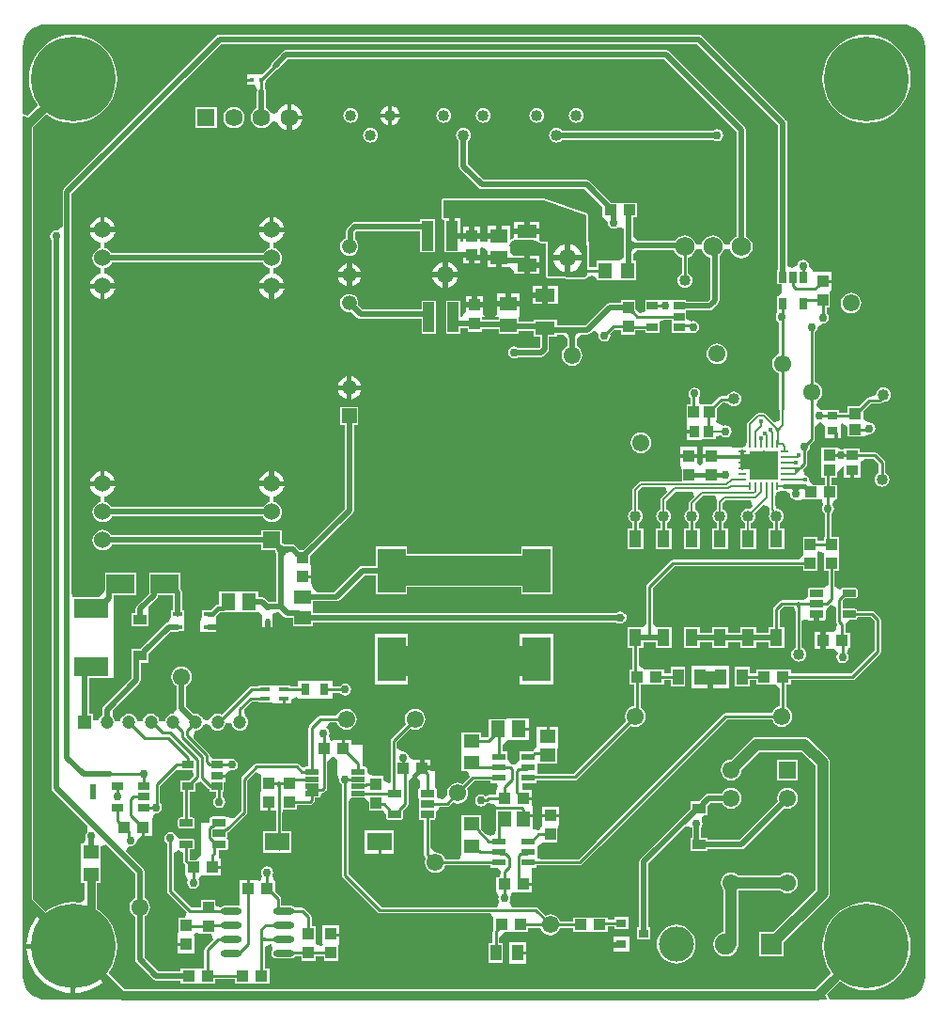
<source format=gtl>
G04*
G04 #@! TF.GenerationSoftware,Altium Limited,Altium Designer,20.0.11 (256)*
G04*
G04 Layer_Physical_Order=1*
G04 Layer_Color=255*
%FSLAX25Y25*%
%MOIN*%
G70*
G01*
G75*
%ADD15C,0.01000*%
%ADD17C,0.00800*%
%ADD21R,0.03543X0.01575*%
%ADD22R,0.08583X0.06299*%
%ADD23R,0.08661X0.06299*%
%ADD24R,0.03543X0.01575*%
%ADD25R,0.03937X0.10630*%
%ADD26R,0.03898X0.02717*%
%ADD27O,0.07480X0.02362*%
%ADD28R,0.01280X0.01575*%
G04:AMPARAMS|DCode=29|XSize=9.84mil|YSize=23.62mil|CornerRadius=1.97mil|HoleSize=0mil|Usage=FLASHONLY|Rotation=180.000|XOffset=0mil|YOffset=0mil|HoleType=Round|Shape=RoundedRectangle|*
%AMROUNDEDRECTD29*
21,1,0.00984,0.01968,0,0,180.0*
21,1,0.00591,0.02362,0,0,180.0*
1,1,0.00394,-0.00295,0.00984*
1,1,0.00394,0.00295,0.00984*
1,1,0.00394,0.00295,-0.00984*
1,1,0.00394,-0.00295,-0.00984*
%
%ADD29ROUNDEDRECTD29*%
G04:AMPARAMS|DCode=30|XSize=9.84mil|YSize=23.62mil|CornerRadius=1.97mil|HoleSize=0mil|Usage=FLASHONLY|Rotation=270.000|XOffset=0mil|YOffset=0mil|HoleType=Round|Shape=RoundedRectangle|*
%AMROUNDEDRECTD30*
21,1,0.00984,0.01968,0,0,270.0*
21,1,0.00591,0.02362,0,0,270.0*
1,1,0.00394,-0.00984,-0.00295*
1,1,0.00394,-0.00984,0.00295*
1,1,0.00394,0.00984,0.00295*
1,1,0.00394,0.00984,-0.00295*
%
%ADD30ROUNDEDRECTD30*%
%ADD31R,0.05709X0.04724*%
%ADD32R,0.04724X0.05709*%
%ADD33R,0.03543X0.02756*%
%ADD34R,0.03543X0.03937*%
%ADD35R,0.03937X0.04331*%
%ADD36R,0.02756X0.03937*%
%ADD37R,0.01575X0.01890*%
%ADD38R,0.04803X0.03583*%
%ADD39R,0.09843X0.15748*%
%ADD40R,0.02756X0.03937*%
%ADD41R,0.04799X0.03598*%
%ADD42R,0.04803X0.02441*%
%ADD43R,0.12402X0.07008*%
%ADD44R,0.03976X0.05787*%
%ADD45R,0.03543X0.03150*%
%ADD46R,0.09843X0.06693*%
G04:AMPARAMS|DCode=47|XSize=17.72mil|YSize=49.21mil|CornerRadius=1.95mil|HoleSize=0mil|Usage=FLASHONLY|Rotation=270.000|XOffset=0mil|YOffset=0mil|HoleType=Round|Shape=RoundedRectangle|*
%AMROUNDEDRECTD47*
21,1,0.01772,0.04532,0,0,270.0*
21,1,0.01382,0.04921,0,0,270.0*
1,1,0.00390,-0.02266,-0.00691*
1,1,0.00390,-0.02266,0.00691*
1,1,0.00390,0.02266,0.00691*
1,1,0.00390,0.02266,-0.00691*
%
%ADD47ROUNDEDRECTD47*%
G04:AMPARAMS|DCode=48|XSize=25.59mil|YSize=47.24mil|CornerRadius=1.92mil|HoleSize=0mil|Usage=FLASHONLY|Rotation=270.000|XOffset=0mil|YOffset=0mil|HoleType=Round|Shape=RoundedRectangle|*
%AMROUNDEDRECTD48*
21,1,0.02559,0.04341,0,0,270.0*
21,1,0.02175,0.04724,0,0,270.0*
1,1,0.00384,-0.02170,-0.01088*
1,1,0.00384,-0.02170,0.01088*
1,1,0.00384,0.02170,0.01088*
1,1,0.00384,0.02170,-0.01088*
%
%ADD48ROUNDEDRECTD48*%
%ADD49R,0.07087X0.04528*%
%ADD50R,0.05118X0.05906*%
%ADD51R,0.05906X0.05118*%
%ADD52R,0.03900X0.04300*%
%ADD53R,0.04331X0.03937*%
%ADD54R,0.04300X0.03900*%
%ADD55R,0.04331X0.05906*%
%ADD56R,0.03937X0.04331*%
%ADD57R,0.04331X0.03937*%
%ADD58R,0.03937X0.02756*%
%ADD59R,0.03937X0.03543*%
%ADD115C,0.04000*%
G04:AMPARAMS|DCode=116|XSize=102.36mil|YSize=102.36mil|CornerRadius=2.05mil|HoleSize=0mil|Usage=FLASHONLY|Rotation=180.000|XOffset=0mil|YOffset=0mil|HoleType=Round|Shape=RoundedRectangle|*
%AMROUNDEDRECTD116*
21,1,0.10236,0.09827,0,0,180.0*
21,1,0.09827,0.10236,0,0,180.0*
1,1,0.00409,-0.04913,0.04913*
1,1,0.00409,0.04913,0.04913*
1,1,0.00409,0.04913,-0.04913*
1,1,0.00409,-0.04913,-0.04913*
%
%ADD116ROUNDEDRECTD116*%
%ADD117C,0.02000*%
%ADD118C,0.03000*%
%ADD119C,0.01500*%
%ADD120C,0.04000*%
%ADD121C,0.01200*%
%ADD122R,0.05992X0.04838*%
%ADD123R,0.02733X0.05540*%
%ADD124R,0.04138X0.02721*%
%ADD125R,0.52000X0.10500*%
%ADD126R,0.57500X0.11000*%
%ADD127C,0.06000*%
%ADD128R,0.06000X0.06000*%
%ADD129C,0.06102*%
%ADD130R,0.06102X0.06102*%
%ADD131R,0.05228X0.05228*%
%ADD132C,0.05228*%
%ADD133C,0.30000*%
%ADD134C,0.12500*%
%ADD135C,0.07500*%
%ADD136R,0.07500X0.07500*%
%ADD137C,0.06890*%
%ADD138C,0.04724*%
%ADD139R,0.04724X0.04724*%
%ADD140C,0.06260*%
%ADD141R,0.06260X0.06260*%
%ADD142R,0.02000X0.04000*%
%ADD143R,0.02000X0.02000*%
%ADD144C,0.01968*%
%ADD145C,0.03000*%
%ADD146C,0.01600*%
G36*
X7063Y317157D02*
X7808Y316308D01*
X8657Y315563D01*
X8673Y315064D01*
X4782Y311172D01*
X4592Y310713D01*
Y37365D01*
X4782Y36905D01*
X8448Y33239D01*
X8432Y32739D01*
X7808Y32192D01*
X6382Y30566D01*
X5180Y28768D01*
X4223Y26828D01*
X3528Y24780D01*
X3106Y22658D01*
X3014Y21250D01*
X19500D01*
Y20500D01*
X20250D01*
Y4014D01*
X21658Y4106D01*
X23780Y4528D01*
X25828Y5223D01*
X27768Y6180D01*
X29566Y7382D01*
X31192Y8808D01*
X31937Y9657D01*
X32436Y9673D01*
X37328Y4782D01*
X37787Y4592D01*
X282713D01*
X283172Y4782D01*
X288064Y9673D01*
X288563Y9657D01*
X289308Y8808D01*
X290157Y8063D01*
X290173Y7564D01*
X286548Y3938D01*
X286498Y3819D01*
X286407Y3728D01*
Y3599D01*
X286358Y3479D01*
X286407Y3360D01*
Y3231D01*
X286897Y2047D01*
X286620Y1631D01*
X10000D01*
X10000Y1631D01*
Y1631D01*
X9511Y1658D01*
X8363Y1771D01*
X6789Y2248D01*
X5339Y3024D01*
X4067Y4067D01*
X3024Y5339D01*
X2248Y6789D01*
X1771Y8363D01*
X1658Y9511D01*
X1631Y10000D01*
X1631D01*
Y314620D01*
X2047Y314897D01*
X3231Y314407D01*
X3360D01*
X3479Y314358D01*
X3599Y314407D01*
X3728D01*
X3819Y314498D01*
X3938Y314548D01*
X6564Y317173D01*
X7063Y317157D01*
D02*
G37*
G36*
X313500Y347369D02*
Y347369D01*
X315408Y347147D01*
X316711Y346752D01*
X318162Y345976D01*
X319433Y344933D01*
X320476Y343661D01*
X321252Y342211D01*
X321647Y340908D01*
X321869Y339000D01*
X321869Y339000D01*
X321869Y339000D01*
X321869Y337000D01*
Y10000D01*
X321869Y10000D01*
X321869Y10000D01*
X321647Y8092D01*
X321252Y6789D01*
X320476Y5339D01*
X319433Y4067D01*
X318162Y3024D01*
X316711Y2248D01*
X315408Y1853D01*
X313500Y1631D01*
X313500Y1631D01*
X311500Y1631D01*
X287772D01*
X287007Y3479D01*
X291568Y8040D01*
X291802Y7840D01*
X293896Y6557D01*
X296164Y5618D01*
X298552Y5044D01*
X301000Y4852D01*
X303448Y5044D01*
X305836Y5618D01*
X308104Y6557D01*
X310198Y7840D01*
X312065Y9435D01*
X313660Y11302D01*
X314943Y13396D01*
X315882Y15664D01*
X316456Y18052D01*
X316648Y20500D01*
X316456Y22948D01*
X315882Y25336D01*
X314943Y27604D01*
X313660Y29698D01*
X312065Y31565D01*
X310198Y33160D01*
X308104Y34443D01*
X305836Y35382D01*
X303448Y35956D01*
X301000Y36148D01*
X298552Y35956D01*
X296164Y35382D01*
X293896Y34443D01*
X291802Y33160D01*
X289935Y31565D01*
X288340Y29698D01*
X287057Y27604D01*
X286118Y25336D01*
X285544Y22948D01*
X285352Y20500D01*
X285544Y18052D01*
X286118Y15664D01*
X287057Y13396D01*
X288340Y11302D01*
X288540Y11068D01*
X282713Y5241D01*
X37787D01*
X31960Y11068D01*
X32160Y11302D01*
X33443Y13396D01*
X34382Y15664D01*
X34956Y18052D01*
X35148Y20500D01*
X34956Y22948D01*
X34382Y25336D01*
X33443Y27604D01*
X32160Y29698D01*
X30565Y31565D01*
X28698Y33160D01*
X27827Y33693D01*
X27901Y34066D01*
Y43101D01*
X29214D01*
Y48975D01*
X29214Y49025D01*
Y50975D01*
X29214Y51025D01*
Y55896D01*
X31214Y56724D01*
X41529Y46409D01*
Y37596D01*
X41319Y37509D01*
X40556Y36924D01*
X39971Y36161D01*
X39603Y35273D01*
X39478Y34320D01*
X39603Y33367D01*
X39971Y32478D01*
X40556Y31716D01*
X41319Y31130D01*
X41529Y31043D01*
Y15840D01*
X41653Y15215D01*
X42007Y14686D01*
X47846Y8846D01*
X48376Y8493D01*
X49000Y8369D01*
X57750D01*
Y7450D01*
X62443D01*
X64443Y7450D01*
X65250Y7450D01*
X69943D01*
Y8878D01*
X76935D01*
Y7450D01*
X81628D01*
X83628Y7450D01*
X84435Y7450D01*
X89128D01*
Y12550D01*
X87499D01*
Y20283D01*
X89483Y21388D01*
X89746Y21288D01*
X89931Y21147D01*
X90409Y19284D01*
X90015Y18695D01*
X89877Y18000D01*
X90015Y17305D01*
X90409Y16716D01*
X90998Y16322D01*
X91693Y16184D01*
X96811D01*
X97506Y16322D01*
X98095Y16716D01*
X98306Y17032D01*
X100450D01*
Y15404D01*
X105550D01*
Y17032D01*
X108450D01*
Y15404D01*
X113550D01*
Y19862D01*
X113950Y21696D01*
X113950Y22738D01*
Y27996D01*
X108050D01*
Y22738D01*
X108050Y21696D01*
X108142Y21275D01*
X107550Y20504D01*
X105550Y21182D01*
Y22096D01*
X105550Y22904D01*
Y27597D01*
X104122D01*
Y30799D01*
X104122Y30799D01*
X104036Y31228D01*
X103793Y31592D01*
X103793Y31592D01*
X101592Y33793D01*
X101228Y34036D01*
X100799Y34122D01*
X100799Y34122D01*
X98204D01*
X98095Y34284D01*
X97506Y34678D01*
X96811Y34816D01*
X93314D01*
Y37350D01*
X93229Y37780D01*
X92986Y38144D01*
X92986Y38144D01*
X91112Y40018D01*
Y43569D01*
X91002D01*
X90564Y44189D01*
X90116Y45568D01*
X90325Y45881D01*
X90488Y46700D01*
X90325Y47519D01*
X89860Y48214D01*
X89166Y48678D01*
X88346Y48841D01*
X87527Y48678D01*
X86832Y48214D01*
X86368Y47519D01*
X86205Y46700D01*
X86368Y45881D01*
X86577Y45568D01*
X86129Y44189D01*
X85819Y43750D01*
X84819Y43968D01*
X83747Y43968D01*
X78488D01*
Y38032D01*
Y34965D01*
X78307Y34816D01*
X73189D01*
X72494Y34678D01*
X72050Y34381D01*
X70050Y34834D01*
Y37096D01*
X64950D01*
Y34122D01*
X61465D01*
X55122Y40465D01*
Y53712D01*
X56953Y54647D01*
X58571Y53755D01*
Y50764D01*
X58571Y50764D01*
X58657Y50335D01*
X58900Y49971D01*
X59388Y49482D01*
Y45932D01*
X59388Y45932D01*
X60226Y43931D01*
X60175Y43855D01*
X60012Y43036D01*
X60175Y42217D01*
X60640Y41522D01*
X61334Y41058D01*
X62154Y40895D01*
X62973Y41058D01*
X63668Y41522D01*
X64132Y42217D01*
X64295Y43036D01*
X64132Y43855D01*
X64081Y43931D01*
X64829Y45717D01*
X65681Y45531D01*
X66753Y45531D01*
X72012D01*
Y51468D01*
X71307D01*
Y54457D01*
X73477D01*
X73942Y54549D01*
X74337Y54813D01*
X74600Y55207D01*
X74693Y55672D01*
Y57847D01*
X74600Y58312D01*
X74337Y58707D01*
X74075Y58882D01*
X74223Y59103D01*
X74285Y59412D01*
Y60793D01*
X74442Y60824D01*
X74806Y61068D01*
X81011Y67273D01*
X81011Y67273D01*
X81254Y67636D01*
X81339Y68066D01*
Y79321D01*
X84140Y82123D01*
X86243Y81397D01*
X86278Y81112D01*
X86278D01*
Y75581D01*
X85878Y74819D01*
X85878D01*
Y68488D01*
X91475D01*
Y61250D01*
X86979D01*
Y53750D01*
X96840D01*
Y61250D01*
X93718D01*
Y66936D01*
X93796Y68903D01*
X98896D01*
Y70532D01*
X103591D01*
X103591Y70532D01*
X104021Y70617D01*
X104384Y70860D01*
X104970Y71446D01*
X104970Y71446D01*
X105213Y71810D01*
X105299Y72239D01*
Y73160D01*
X106443D01*
X106753Y73222D01*
X107016Y73397D01*
X107192Y73660D01*
X107914Y74819D01*
X108343Y74905D01*
X108707Y75148D01*
X109293Y75734D01*
X109293Y75734D01*
X109536Y76098D01*
X109622Y76527D01*
Y86079D01*
X111622Y87620D01*
X112028Y87532D01*
X113100Y86459D01*
Y81251D01*
X113100D01*
X113870Y79570D01*
X114000Y78918D01*
X114464Y78223D01*
X114856Y77961D01*
Y45695D01*
X114856Y45695D01*
X114942Y45266D01*
X115185Y44902D01*
X127587Y32500D01*
X127587Y32500D01*
X127951Y32257D01*
X128380Y32172D01*
X167523D01*
X168750Y30680D01*
X168750Y30172D01*
Y26528D01*
X168695Y26473D01*
X168452Y26109D01*
X168367Y25680D01*
X168367Y25680D01*
Y21624D01*
X166900D01*
Y14636D01*
X172076D01*
Y21624D01*
X170610D01*
Y23731D01*
X172459Y25580D01*
X175443Y25580D01*
X176250Y25580D01*
X180943D01*
Y27008D01*
X185363D01*
X185661Y26289D01*
X186246Y25526D01*
X187009Y24941D01*
X187897Y24573D01*
X188850Y24447D01*
X189803Y24573D01*
X190691Y24941D01*
X191454Y25526D01*
X192039Y26289D01*
X192338Y27008D01*
X196904D01*
Y25580D01*
X201596D01*
X203596Y25580D01*
X204404Y25580D01*
X209097D01*
Y27619D01*
X211691D01*
Y26565D01*
X216435D01*
Y30915D01*
X211691D01*
Y29862D01*
X209097D01*
Y30680D01*
X204404D01*
X202403Y30680D01*
X201596Y30680D01*
X196904D01*
Y29252D01*
X192338D01*
X192039Y29971D01*
X191454Y30734D01*
X190691Y31319D01*
X189803Y31687D01*
X188850Y31813D01*
X187897Y31687D01*
X187177Y31389D01*
X184480Y34086D01*
X184116Y34329D01*
X183687Y34415D01*
X183687Y34415D01*
X175187D01*
X174819Y34907D01*
X174301Y36415D01*
X174478Y36681D01*
X174641Y37500D01*
X174555Y37931D01*
X175188Y39715D01*
X176028Y39531D01*
X177100Y39531D01*
X182358D01*
Y45469D01*
X182185D01*
Y48439D01*
X184005D01*
Y49138D01*
X199260D01*
X199260Y49138D01*
X199689Y49224D01*
X200053Y49467D01*
X206697Y56111D01*
X206697Y56111D01*
X251465Y100878D01*
X267513D01*
X267811Y100159D01*
X268396Y99396D01*
X269159Y98811D01*
X270047Y98443D01*
X271000Y98317D01*
X271953Y98443D01*
X272841Y98811D01*
X273604Y99396D01*
X274189Y100159D01*
X274557Y101047D01*
X274683Y102000D01*
X274557Y102953D01*
X274189Y103841D01*
X273604Y104604D01*
X272841Y105189D01*
X272468Y105344D01*
Y113450D01*
X274096D01*
Y114878D01*
X296000D01*
X296000Y114878D01*
X296429Y114964D01*
X296793Y115207D01*
X305793Y124207D01*
X305793Y124207D01*
X306036Y124571D01*
X306121Y125000D01*
Y136291D01*
X306122Y136291D01*
X306036Y136721D01*
X305793Y137084D01*
X303825Y139053D01*
X303461Y139296D01*
X303031Y139381D01*
X303031Y139381D01*
X297778D01*
X297723Y139656D01*
X297548Y139918D01*
X297286Y140093D01*
X296977Y140155D01*
X292637D01*
X292466Y140295D01*
Y142896D01*
X293415Y143845D01*
X296977D01*
X297286Y143907D01*
X297548Y144082D01*
X297723Y144344D01*
X297785Y144652D01*
Y146828D01*
X297723Y147137D01*
X297548Y147399D01*
X297286Y147574D01*
X296977Y147635D01*
X292637D01*
X292328Y147574D01*
X292066Y147399D01*
X291891Y147137D01*
X291707Y147016D01*
X289876Y147935D01*
X289707Y148175D01*
Y153589D01*
X291136D01*
Y158282D01*
X291136Y160282D01*
X291136Y161089D01*
Y165781D01*
X288468D01*
Y173874D01*
X288861Y174136D01*
X289325Y174831D01*
X289488Y175650D01*
X289325Y176469D01*
X289003Y176950D01*
X289249Y177912D01*
X289788Y178950D01*
X290600D01*
Y184050D01*
X288468D01*
Y186660D01*
X290615D01*
Y188699D01*
X292615Y190556D01*
X292964Y190530D01*
X293032Y190465D01*
Y186669D01*
X298969D01*
Y192213D01*
X300461Y193438D01*
X303476D01*
X305379Y191535D01*
Y188350D01*
X305189Y188271D01*
X304646Y187854D01*
X304229Y187311D01*
X303967Y186679D01*
X303878Y186000D01*
X303967Y185321D01*
X304229Y184689D01*
X304646Y184146D01*
X305189Y183729D01*
X305821Y183467D01*
X306500Y183378D01*
X307179Y183467D01*
X307811Y183729D01*
X308354Y184146D01*
X308771Y184689D01*
X309033Y185321D01*
X309122Y186000D01*
X309033Y186679D01*
X308771Y187311D01*
X308354Y187854D01*
X307811Y188271D01*
X307622Y188350D01*
Y192000D01*
X307536Y192429D01*
X307293Y192793D01*
X307293Y192793D01*
X304734Y195352D01*
X304370Y195595D01*
X303941Y195681D01*
X303941Y195681D01*
X298569D01*
Y196931D01*
X293431D01*
Y196931D01*
X292000Y196641D01*
X290615Y197309D01*
Y197309D01*
X285085D01*
Y193797D01*
X285085Y192172D01*
X285085Y190172D01*
Y186660D01*
X286225D01*
Y184050D01*
X283900Y184050D01*
X283100Y184050D01*
X282122D01*
X281702Y184371D01*
X280638Y185813D01*
X280530Y186359D01*
X280220Y186822D01*
X280220D01*
X279757Y187132D01*
X279211Y187241D01*
X278471Y189128D01*
X278455Y189442D01*
X279723Y190711D01*
X279723Y190711D01*
X279966Y191075D01*
X280052Y191504D01*
Y195974D01*
X280444Y196236D01*
X280908Y196931D01*
X281071Y197750D01*
X280979Y198213D01*
X282370Y199603D01*
X282613Y199967D01*
X282698Y200396D01*
X282698Y200396D01*
Y204740D01*
X284177Y206359D01*
X284616Y206446D01*
X285833Y205448D01*
X286228Y204940D01*
Y200754D01*
X291772D01*
Y204831D01*
X291772Y205510D01*
X291782Y205645D01*
X292235Y205852D01*
X294235Y204687D01*
Y201176D01*
X299765D01*
Y201176D01*
X301765Y202015D01*
X301965Y201975D01*
X302784Y202138D01*
X303479Y202602D01*
X303943Y203297D01*
X304106Y204116D01*
X303943Y204936D01*
X303479Y205630D01*
X302784Y206094D01*
X301965Y206257D01*
X301765Y206218D01*
X301471Y206232D01*
X300231Y207077D01*
X299765Y207578D01*
X299765Y208313D01*
Y210238D01*
X302429Y212902D01*
X305524D01*
X305524Y212902D01*
X305953Y212987D01*
X306317Y213231D01*
X306526Y213440D01*
X307000Y213378D01*
X307679Y213467D01*
X308311Y213729D01*
X308854Y214146D01*
X309271Y214689D01*
X309533Y215321D01*
X309622Y216000D01*
X309533Y216679D01*
X309271Y217311D01*
X308854Y217854D01*
X308311Y218271D01*
X307679Y218533D01*
X307000Y218622D01*
X306321Y218533D01*
X305689Y218271D01*
X305146Y217854D01*
X304729Y217311D01*
X304467Y216679D01*
X304378Y216000D01*
X302473Y215145D01*
X301965D01*
X301965Y215145D01*
X301535Y215060D01*
X301172Y214817D01*
X301172Y214817D01*
X298179Y211824D01*
X294235D01*
Y209693D01*
X291372D01*
Y210622D01*
X286628D01*
X286628Y210622D01*
X284790Y210557D01*
X283307Y211979D01*
X283466Y213527D01*
X283589Y213883D01*
X284258Y214396D01*
X284843Y215159D01*
X285211Y216047D01*
X285336Y217000D01*
X285211Y217953D01*
X284843Y218841D01*
X284258Y219604D01*
X283495Y220189D01*
X282698Y220519D01*
Y238275D01*
X283014Y238486D01*
X283478Y239181D01*
X283573Y239658D01*
X283922Y240181D01*
X285448Y241169D01*
X285500Y241159D01*
X286319Y241322D01*
X287014Y241786D01*
X287478Y242481D01*
X287641Y243300D01*
X287478Y244119D01*
X287014Y244814D01*
X286903Y244888D01*
X286984Y246888D01*
X288069D01*
Y252419D01*
X288469Y253181D01*
X288469D01*
Y259512D01*
X283835D01*
Y259771D01*
X282154D01*
X281812Y260019D01*
X280698Y261761D01*
X280698Y261766D01*
X280535Y262586D01*
X280071Y263281D01*
X279376Y263745D01*
X278557Y263908D01*
X277737Y263745D01*
X277043Y263281D01*
X276578Y262586D01*
X276455Y261967D01*
X274697Y260932D01*
X272891Y261510D01*
Y312240D01*
X272767Y312864D01*
X272413Y313394D01*
X242653Y343154D01*
X242124Y343507D01*
X241500Y343631D01*
X71500D01*
X70876Y343507D01*
X70346Y343154D01*
X16261Y289068D01*
X15908Y288539D01*
X15784Y287915D01*
Y275655D01*
X15360Y275228D01*
X13783Y274321D01*
X13529Y274372D01*
X12710Y274209D01*
X12015Y273745D01*
X11551Y273050D01*
X11388Y272231D01*
X11551Y271411D01*
X11898Y270892D01*
Y76716D01*
X12022Y76092D01*
X12376Y75563D01*
X24627Y63312D01*
X24674Y63162D01*
X24514Y61014D01*
X24049Y60319D01*
X23887Y59500D01*
X24006Y58899D01*
X23875Y58344D01*
X23126Y56899D01*
X22306D01*
Y51025D01*
X22306Y50975D01*
Y49025D01*
X22306Y48975D01*
Y43101D01*
X23619D01*
Y37170D01*
X22634Y36393D01*
X21619Y35982D01*
X19500Y36148D01*
X17052Y35956D01*
X14664Y35382D01*
X12396Y34443D01*
X10302Y33160D01*
X9840Y32765D01*
X5241Y37365D01*
Y310713D01*
X10068Y315540D01*
X10302Y315340D01*
X12396Y314057D01*
X14664Y313118D01*
X17052Y312544D01*
X19500Y312352D01*
X21948Y312544D01*
X24336Y313118D01*
X26604Y314057D01*
X28698Y315340D01*
X30565Y316935D01*
X32160Y318802D01*
X33443Y320896D01*
X34382Y323164D01*
X34956Y325552D01*
X35148Y328000D01*
X34956Y330448D01*
X34382Y332836D01*
X33443Y335104D01*
X32160Y337198D01*
X30565Y339065D01*
X28698Y340660D01*
X26604Y341943D01*
X24336Y342882D01*
X21948Y343456D01*
X19500Y343648D01*
X17052Y343456D01*
X14664Y342882D01*
X12396Y341943D01*
X10302Y340660D01*
X8435Y339065D01*
X6840Y337198D01*
X5557Y335104D01*
X4618Y332836D01*
X4044Y330448D01*
X3852Y328000D01*
X4044Y325552D01*
X4618Y323164D01*
X5557Y320896D01*
X6840Y318802D01*
X7040Y318568D01*
X3479Y315007D01*
X1631Y315773D01*
Y339000D01*
X1617Y339073D01*
X1771Y340637D01*
X2248Y342211D01*
X3024Y343661D01*
X4067Y344933D01*
X5339Y345976D01*
X6789Y346752D01*
X8092Y347147D01*
X10000Y347369D01*
Y347369D01*
X12000Y347369D01*
X313500D01*
X313500Y347369D01*
D02*
G37*
G36*
X269629Y311564D02*
Y260293D01*
X269282D01*
Y255156D01*
X271000D01*
X271000Y252139D01*
X269536Y250844D01*
X269282D01*
Y245707D01*
X269282Y245707D01*
X268929Y243853D01*
X268859Y243500D01*
X269022Y242681D01*
X269486Y241986D01*
X270078Y241590D01*
Y230487D01*
X269359Y230189D01*
X268596Y229604D01*
X268011Y228841D01*
X267643Y227953D01*
X267517Y227000D01*
X267643Y226047D01*
X268011Y225159D01*
X268596Y224396D01*
X269359Y223811D01*
X270078Y223513D01*
Y210936D01*
X270164Y210507D01*
X270180Y210482D01*
Y207085D01*
X268187Y206259D01*
X268158Y206278D01*
X265216Y209221D01*
X264885Y209442D01*
X264495Y209520D01*
X262526D01*
X262136Y209442D01*
X261805Y209221D01*
X258858Y206273D01*
X258637Y205943D01*
X258559Y205553D01*
Y199815D01*
X258533Y199776D01*
X258471Y199465D01*
Y199383D01*
X258015Y197482D01*
X256575Y197437D01*
X256035D01*
X250969Y197491D01*
X249000Y197511D01*
Y197512D01*
X247000Y197512D01*
X243032D01*
X243032Y191616D01*
X242000Y191038D01*
X240968Y191616D01*
X240968Y192253D01*
Y197512D01*
X235032D01*
Y192253D01*
X235032Y191181D01*
X235432Y189347D01*
Y185408D01*
X221000D01*
X220610Y185330D01*
X220279Y185109D01*
X218279Y183109D01*
X218058Y182778D01*
X217980Y182388D01*
Y175392D01*
X217689Y175271D01*
X217146Y174854D01*
X216729Y174311D01*
X216467Y173679D01*
X216378Y173000D01*
X216467Y172321D01*
X216729Y171689D01*
X217146Y171146D01*
X217689Y170729D01*
X217879Y170650D01*
Y168553D01*
X216235D01*
Y161447D01*
X221765D01*
Y168553D01*
X220122D01*
Y170650D01*
X220311Y170729D01*
X220854Y171146D01*
X221271Y171689D01*
X221533Y172321D01*
X221622Y173000D01*
X221533Y173679D01*
X221271Y174311D01*
X220854Y174854D01*
X220311Y175271D01*
X220020Y175392D01*
Y181966D01*
X221422Y183369D01*
X229525D01*
X230291Y181521D01*
X228279Y179509D01*
X228058Y179178D01*
X227980Y178788D01*
Y175392D01*
X227689Y175271D01*
X227146Y174854D01*
X226729Y174311D01*
X226467Y173679D01*
X226378Y173000D01*
X226467Y172321D01*
X226729Y171689D01*
X227146Y171146D01*
X227689Y170729D01*
X227878Y170650D01*
Y168553D01*
X226235D01*
Y161447D01*
X231765D01*
Y168553D01*
X230121D01*
Y170650D01*
X230311Y170729D01*
X230854Y171146D01*
X231271Y171689D01*
X231533Y172321D01*
X231622Y173000D01*
X231533Y173679D01*
X231271Y174311D01*
X230854Y174854D01*
X230311Y175271D01*
X230020Y175392D01*
Y178366D01*
X233422Y181769D01*
X239125D01*
X239891Y179921D01*
X238279Y178309D01*
X238058Y177978D01*
X237980Y177588D01*
Y175392D01*
X237689Y175271D01*
X237146Y174854D01*
X236729Y174311D01*
X236467Y173679D01*
X236378Y173000D01*
X236467Y172321D01*
X236729Y171689D01*
X237146Y171146D01*
X237689Y170729D01*
X237878Y170650D01*
Y168553D01*
X236235D01*
Y161447D01*
X241765D01*
Y168553D01*
X240122D01*
Y170650D01*
X240311Y170729D01*
X240854Y171146D01*
X241271Y171689D01*
X241533Y172321D01*
X241622Y173000D01*
X241533Y173679D01*
X241271Y174311D01*
X240854Y174854D01*
X240311Y175271D01*
X240293Y175279D01*
X240093Y177240D01*
X243022Y180169D01*
X247120D01*
X247876Y178735D01*
X248014Y178169D01*
X247980Y178000D01*
Y175392D01*
X247689Y175271D01*
X247146Y174854D01*
X246729Y174311D01*
X246467Y173679D01*
X246378Y173000D01*
X246467Y172321D01*
X246729Y171689D01*
X247146Y171146D01*
X247689Y170729D01*
X247879Y170650D01*
Y168553D01*
X246235D01*
Y161447D01*
X251765D01*
Y168553D01*
X250121D01*
Y170650D01*
X250311Y170729D01*
X250854Y171146D01*
X251271Y171689D01*
X251533Y172321D01*
X251622Y173000D01*
X251533Y173679D01*
X251271Y174311D01*
X250854Y174854D01*
X250311Y175271D01*
X250020Y175392D01*
Y177578D01*
X251010Y178569D01*
X259785D01*
X260607Y176696D01*
X260179Y176161D01*
X259529Y175553D01*
X259000Y175622D01*
X258321Y175533D01*
X257689Y175271D01*
X257146Y174854D01*
X256729Y174311D01*
X256467Y173679D01*
X256378Y173000D01*
X256467Y172321D01*
X256729Y171689D01*
X257146Y171146D01*
X257689Y170729D01*
X257980Y170608D01*
Y168553D01*
X256235D01*
Y161447D01*
X261765D01*
Y168553D01*
X260020D01*
Y170608D01*
X260311Y170729D01*
X260854Y171146D01*
X261271Y171689D01*
X261533Y172321D01*
X261622Y173000D01*
X261533Y173679D01*
X261412Y173970D01*
X264433Y176991D01*
X266285Y176224D01*
X266433Y175591D01*
Y175143D01*
X266511Y174752D01*
X266693Y174479D01*
X266732Y174315D01*
X266729Y174311D01*
X266467Y173679D01*
X266378Y173000D01*
X266467Y172321D01*
X266729Y171689D01*
X267146Y171146D01*
X267689Y170729D01*
X267879Y170650D01*
Y168553D01*
X266235D01*
Y161447D01*
X271765D01*
Y168553D01*
X270122D01*
Y170650D01*
X270311Y170729D01*
X270854Y171146D01*
X271271Y171689D01*
X271533Y172321D01*
X271622Y173000D01*
X271533Y173679D01*
X271271Y174311D01*
X270854Y174854D01*
X270311Y175271D01*
X269679Y175533D01*
X269000Y175622D01*
X268472Y177570D01*
Y179814D01*
X269126Y181723D01*
X269717D01*
X270027Y181785D01*
X270027D01*
X270291Y181961D01*
X272310Y182017D01*
X273859Y180800D01*
X274022Y179981D01*
X274486Y179286D01*
X275181Y178822D01*
X276000Y178659D01*
X276481Y178754D01*
X276767Y178784D01*
X278698Y178950D01*
Y178950D01*
X278698Y178950D01*
X283100D01*
X285100Y178950D01*
X285310Y178437D01*
X285689Y176950D01*
X285368Y176469D01*
X285205Y175650D01*
X285368Y174831D01*
X285833Y174136D01*
X286225Y173874D01*
Y165781D01*
X286036D01*
Y164153D01*
X283600D01*
Y165781D01*
X278500D01*
Y161089D01*
X278500Y159089D01*
X276840Y157460D01*
X232339D01*
X232339Y157460D01*
X231909Y157375D01*
X231545Y157132D01*
X231545Y157132D01*
X223207Y148793D01*
X222964Y148429D01*
X222878Y148000D01*
X222879Y148000D01*
Y135052D01*
X221765Y133513D01*
X216235D01*
Y126408D01*
X217879D01*
Y118550D01*
X216903D01*
Y113450D01*
X218532D01*
Y105621D01*
X218047Y105557D01*
X217159Y105189D01*
X216396Y104604D01*
X215811Y103841D01*
X215443Y102953D01*
X215317Y102000D01*
X215443Y101047D01*
X215741Y100327D01*
X197018Y81604D01*
X186333D01*
X184406Y81779D01*
Y85191D01*
X191301D01*
Y89650D01*
X191701Y91484D01*
X191701Y92950D01*
Y98209D01*
X183992D01*
Y92950D01*
X183992Y91826D01*
X183770Y91179D01*
X183634Y90979D01*
X182898Y89938D01*
X182593Y89734D01*
X182593Y89734D01*
X182419Y89561D01*
X178002D01*
Y86385D01*
X177931Y86221D01*
X177602D01*
Y86221D01*
X176318Y84898D01*
X175361Y84792D01*
X175360Y84793D01*
X175252Y84865D01*
X174991Y85041D01*
X174176Y85884D01*
X173691Y86831D01*
X173691Y87821D01*
Y89561D01*
X171810D01*
Y91984D01*
X173811Y93595D01*
X174028Y93547D01*
X175100Y93547D01*
X181146D01*
Y101453D01*
X175100D01*
X174028Y101453D01*
X172193Y101053D01*
X166947D01*
Y95041D01*
X166465Y94559D01*
X164301D01*
Y96399D01*
X157392D01*
Y90525D01*
X157392Y90475D01*
Y88525D01*
X157392Y88475D01*
Y82601D01*
X159404D01*
X159569Y82385D01*
X160140Y80601D01*
X157598Y78059D01*
X156878Y78357D01*
X155925Y78483D01*
X154972Y78357D01*
X154084Y77989D01*
X153321Y77404D01*
X152736Y76641D01*
X152368Y75753D01*
X152243Y74800D01*
X152288Y74452D01*
X150913Y72838D01*
X150817Y72772D01*
X149328Y72800D01*
X148539Y73653D01*
Y75828D01*
X148447Y76293D01*
X148183Y76687D01*
X147895Y76880D01*
Y82622D01*
X146358D01*
Y86468D01*
X140495Y86468D01*
X139425Y87006D01*
X138567Y87771D01*
X138478Y88219D01*
X138014Y88914D01*
X137319Y89378D01*
X136500Y89541D01*
X136356Y89512D01*
X134691Y90514D01*
X134356Y90899D01*
Y92924D01*
X139173Y97741D01*
X139893Y97443D01*
X140847Y97317D01*
X141800Y97443D01*
X142688Y97811D01*
X143450Y98396D01*
X144036Y99159D01*
X144404Y100047D01*
X144529Y101000D01*
X144404Y101953D01*
X144036Y102841D01*
X143450Y103604D01*
X142688Y104189D01*
X141800Y104557D01*
X140847Y104683D01*
X139893Y104557D01*
X139005Y104189D01*
X138242Y103604D01*
X137657Y102841D01*
X137289Y101953D01*
X137164Y101000D01*
X137289Y100047D01*
X137587Y99327D01*
X132442Y94181D01*
X132199Y93817D01*
X132113Y93388D01*
X132113Y93388D01*
Y85924D01*
Y81076D01*
Y78538D01*
X131578Y78248D01*
X129578Y79440D01*
Y80797D01*
X125870D01*
X124287Y81517D01*
X124000Y82599D01*
Y83030D01*
X123907Y83496D01*
X123643Y83891D01*
X123248Y84155D01*
X122782Y84248D01*
X122242D01*
Y91908D01*
X118358D01*
Y93468D01*
X113100D01*
X112028Y93468D01*
X111040Y93253D01*
X110300Y95069D01*
X110375Y95181D01*
X110538Y96000D01*
X110375Y96819D01*
X109911Y97514D01*
X109365Y97878D01*
X109348Y98023D01*
X110575Y99878D01*
X112993D01*
X113291Y99159D01*
X113876Y98396D01*
X114639Y97811D01*
X115527Y97443D01*
X116480Y97317D01*
X117434Y97443D01*
X118322Y97811D01*
X119084Y98396D01*
X119670Y99159D01*
X120037Y100047D01*
X120163Y101000D01*
X120037Y101953D01*
X119670Y102841D01*
X119084Y103604D01*
X118322Y104189D01*
X117434Y104557D01*
X116480Y104683D01*
X115527Y104557D01*
X114639Y104189D01*
X113876Y103604D01*
X113291Y102841D01*
X112993Y102122D01*
X107177D01*
X107177Y102122D01*
X106748Y102036D01*
X106384Y101793D01*
X103384Y98793D01*
X103141Y98429D01*
X103056Y98000D01*
X103056Y98000D01*
Y84323D01*
X101067Y83811D01*
X99793Y84793D01*
X99656Y84930D01*
X99292Y85173D01*
X98863Y85259D01*
X98863Y85259D01*
X84569D01*
X84569Y85259D01*
X84140Y85173D01*
X83776Y84930D01*
X83776Y84930D01*
X79424Y80579D01*
X79181Y80215D01*
X79096Y79786D01*
X79096Y79786D01*
Y68530D01*
X76593Y66027D01*
X76013Y65959D01*
X74337Y66187D01*
X73942Y66451D01*
X73477Y66543D01*
X69137D01*
X68672Y66451D01*
X68278Y66187D01*
X68014Y65793D01*
X67922Y65328D01*
Y64240D01*
X64903D01*
X64948Y53056D01*
X62956Y51069D01*
X60974D01*
X60814Y51228D01*
Y54865D01*
X61863D01*
X62172Y54926D01*
X62434Y55101D01*
X62609Y55363D01*
X62671Y55672D01*
Y57847D01*
X62609Y58156D01*
X62434Y58418D01*
X62172Y58593D01*
X61863Y58655D01*
X58070D01*
X57408Y58733D01*
X56239Y59525D01*
X55868Y59878D01*
X55782Y59994D01*
X55514Y60396D01*
X54819Y60860D01*
X54000Y61023D01*
X53181Y60860D01*
X52486Y60396D01*
X52022Y59701D01*
X51859Y58882D01*
X52022Y58062D01*
X52486Y57368D01*
X52878Y57105D01*
Y40000D01*
X52878Y40000D01*
X52964Y39571D01*
X53207Y39207D01*
X59817Y32596D01*
X59397Y31068D01*
X59061Y30597D01*
X56950D01*
Y26138D01*
X56550Y24304D01*
X56550Y23262D01*
Y18004D01*
X62450D01*
Y23262D01*
X62450Y24304D01*
X62400Y24532D01*
X62950Y25215D01*
X64950Y24904D01*
Y24904D01*
X68509D01*
X69337Y22904D01*
X66400Y19966D01*
X66157Y19602D01*
X66071Y19173D01*
X66071Y19173D01*
Y12550D01*
X63250Y12550D01*
X62443Y12550D01*
X57750D01*
Y11631D01*
X49676D01*
X44792Y16515D01*
Y31043D01*
X45002Y31130D01*
X45764Y31716D01*
X46350Y32478D01*
X46718Y33367D01*
X46843Y34320D01*
X46718Y35273D01*
X46350Y36161D01*
X45764Y36924D01*
X45002Y37509D01*
X44792Y37596D01*
Y47085D01*
X44668Y47709D01*
X44314Y48239D01*
X38243Y54310D01*
X39152Y56017D01*
X39279Y56102D01*
X40000Y55959D01*
X40819Y56122D01*
X41514Y56586D01*
X41978Y57281D01*
X42141Y58100D01*
X43677Y59667D01*
X43711Y59681D01*
X47512D01*
Y65618D01*
X48335Y67277D01*
X48856Y67599D01*
X48937Y67591D01*
X49756Y67754D01*
X50451Y68218D01*
X50915Y68913D01*
X51078Y69732D01*
X50915Y70552D01*
X50451Y71246D01*
X50353Y71312D01*
Y77419D01*
X55771Y82838D01*
X57753Y82882D01*
Y82882D01*
X61763D01*
X62238Y80882D01*
X60674Y79318D01*
X57753D01*
Y75402D01*
X58571D01*
Y66135D01*
X57523D01*
X57214Y66074D01*
X56952Y65899D01*
X56777Y65637D01*
X56715Y65328D01*
Y63152D01*
X56777Y62844D01*
X56952Y62582D01*
X57214Y62407D01*
X57523Y62345D01*
X61863D01*
X62172Y62407D01*
X62434Y62582D01*
X62609Y62844D01*
X62671Y63152D01*
Y65328D01*
X62609Y65637D01*
X62434Y65899D01*
X62172Y66074D01*
X61863Y66135D01*
X60814D01*
Y75402D01*
X62850D01*
Y78247D01*
X62931Y78329D01*
X64789Y79079D01*
X67301Y76567D01*
X67301Y76567D01*
X67665Y76324D01*
X67950Y76267D01*
Y75402D01*
X70186D01*
Y73430D01*
X69793Y73168D01*
X69329Y72473D01*
X69166Y71653D01*
X69329Y70834D01*
X69793Y70139D01*
X70488Y69675D01*
X71307Y69512D01*
X72127Y69675D01*
X72821Y70139D01*
X73285Y70834D01*
X73448Y71653D01*
X73285Y72473D01*
X72821Y73168D01*
X72429Y73430D01*
Y75402D01*
X73047D01*
Y78742D01*
X73447D01*
Y81645D01*
X74128Y82186D01*
X75447Y82881D01*
X75910Y82789D01*
X76729Y82952D01*
X77424Y83416D01*
X77888Y84111D01*
X78051Y84930D01*
X77888Y85750D01*
X77424Y86444D01*
X76729Y86909D01*
X75910Y87072D01*
X75090Y86909D01*
X75021Y86862D01*
X73047Y86798D01*
Y86798D01*
X69271D01*
X68016Y88247D01*
X67931Y88676D01*
X67688Y89040D01*
X62327Y94401D01*
X62419Y95164D01*
X62921Y97012D01*
X63695Y97114D01*
X64415Y97413D01*
X65034Y97887D01*
X65509Y98506D01*
X65733Y99046D01*
X66858Y99283D01*
X67984Y99046D01*
X68208Y98506D01*
X68683Y97887D01*
X69301Y97413D01*
X70022Y97114D01*
X70795Y97012D01*
X71569Y97114D01*
X72289Y97413D01*
X72908Y97887D01*
X73383Y98506D01*
X73681Y99227D01*
X73724Y99549D01*
X75741D01*
X75783Y99227D01*
X76082Y98506D01*
X76557Y97887D01*
X77175Y97413D01*
X77896Y97114D01*
X78669Y97012D01*
X79443Y97114D01*
X80163Y97413D01*
X80782Y97887D01*
X81257Y98506D01*
X81555Y99227D01*
X81657Y100000D01*
X81555Y100773D01*
X81257Y101494D01*
X80782Y102113D01*
X80441Y102374D01*
X80243Y103999D01*
X80276Y104589D01*
X82990Y107304D01*
X85098D01*
Y107038D01*
X89557Y107038D01*
X91391Y106638D01*
X91676Y106638D01*
X96935D01*
Y107894D01*
X98935Y108821D01*
X99244Y108559D01*
Y108425D01*
X111449D01*
X111449Y108425D01*
Y110453D01*
X114224D01*
X114486Y110061D01*
X115181Y109597D01*
X116000Y109434D01*
X116819Y109597D01*
X117514Y110061D01*
X117978Y110755D01*
X118141Y111575D01*
X117978Y112394D01*
X117514Y113089D01*
X116819Y113553D01*
X116000Y113716D01*
X115181Y113553D01*
X114486Y113089D01*
X114224Y112696D01*
X111449D01*
Y114724D01*
X99244D01*
Y112696D01*
X96535D01*
Y112962D01*
X91842D01*
X91791Y112962D01*
X89842D01*
X89791Y112962D01*
X85098D01*
Y112696D01*
X82778D01*
X82349Y112611D01*
X81985Y112368D01*
X81985Y112368D01*
X72229Y102612D01*
X71569Y102886D01*
X70795Y102988D01*
X70022Y102886D01*
X69301Y102587D01*
X68683Y102113D01*
X68208Y101494D01*
X67984Y100954D01*
X66858Y100717D01*
X65733Y100954D01*
X65509Y101494D01*
X65034Y102113D01*
X64415Y102587D01*
X63695Y102886D01*
X62921Y102988D01*
X62320Y102909D01*
X59631Y105597D01*
Y112724D01*
X59841Y112811D01*
X60604Y113396D01*
X61189Y114159D01*
X61557Y115047D01*
X61683Y116000D01*
X61557Y116953D01*
X61189Y117841D01*
X60604Y118604D01*
X59841Y119189D01*
X58953Y119557D01*
X58000Y119683D01*
X57047Y119557D01*
X56159Y119189D01*
X55396Y118604D01*
X54811Y117841D01*
X54443Y116953D01*
X54317Y116000D01*
X54443Y115047D01*
X54811Y114159D01*
X55396Y113396D01*
X56159Y112811D01*
X56369Y112724D01*
Y104921D01*
X56406Y104734D01*
X56365Y104603D01*
X55408Y103314D01*
X55047Y102988D01*
X54274Y102886D01*
X53553Y102587D01*
X52935Y102113D01*
X52460Y101494D01*
X52161Y100773D01*
X52119Y100451D01*
X50102D01*
X50059Y100773D01*
X49761Y101494D01*
X49286Y102113D01*
X48667Y102587D01*
X47947Y102886D01*
X47173Y102988D01*
X46400Y102886D01*
X45679Y102587D01*
X45061Y102113D01*
X44586Y101494D01*
X44287Y100773D01*
X44245Y100451D01*
X42228D01*
X42185Y100773D01*
X41887Y101494D01*
X41412Y102113D01*
X40793Y102587D01*
X40073Y102886D01*
X39299Y102988D01*
X38526Y102886D01*
X37805Y102587D01*
X37187Y102113D01*
X36712Y101494D01*
X36413Y100773D01*
X36371Y100451D01*
X34380D01*
X34344Y100522D01*
X34311Y100773D01*
X34013Y101494D01*
X33539Y102112D01*
X33538Y102113D01*
X33647Y104237D01*
X43052Y113642D01*
X43406Y114171D01*
X43530Y114795D01*
Y121072D01*
X46302D01*
Y124097D01*
X46317Y124173D01*
X54249Y132105D01*
X56488D01*
X57112Y132229D01*
X57292Y132349D01*
X58860D01*
Y134876D01*
X58860Y135124D01*
Y136876D01*
X58860Y137124D01*
Y139651D01*
X58119D01*
Y145992D01*
X57995Y146616D01*
X57642Y147146D01*
X57553Y147235D01*
Y152821D01*
X46510D01*
Y146685D01*
X46479Y146528D01*
Y145628D01*
X42147Y141296D01*
X41793Y140767D01*
X41669Y140143D01*
Y138728D01*
X40298D01*
Y133946D01*
X46302D01*
Y138728D01*
X46302D01*
X46193Y140728D01*
X49264Y143799D01*
X49617Y144328D01*
X49737Y144928D01*
X54857D01*
Y139651D01*
X54116D01*
X54116Y137143D01*
X53953Y136610D01*
X53139Y135281D01*
X52949Y135243D01*
X52420Y134890D01*
X43548Y126018D01*
X43439Y125854D01*
X40298D01*
Y122829D01*
X40267Y122672D01*
Y115471D01*
X30272Y105476D01*
X29918Y104946D01*
X29794Y104322D01*
Y102482D01*
X29313Y102113D01*
X28838Y101494D01*
X28539Y100773D01*
X28513Y100577D01*
X26513Y100708D01*
Y102962D01*
X25183D01*
Y115601D01*
X33873D01*
Y143354D01*
X33994Y143961D01*
Y144928D01*
X41805D01*
Y152821D01*
X30762D01*
Y146685D01*
X30731Y146528D01*
Y146301D01*
X28829Y144399D01*
X19199D01*
X19046Y146336D01*
Y287239D01*
X72176Y340369D01*
X240824D01*
X269629Y311564D01*
D02*
G37*
G36*
X270486Y203875D02*
X270378Y203759D01*
X270282Y203639D01*
X270197Y203514D01*
X270124Y203385D01*
X270062Y203250D01*
X270011Y203111D01*
X269971Y202968D01*
X269943Y202820D01*
X269926Y202667D01*
X269920Y202509D01*
X269120D01*
X269114Y202667D01*
X269098Y202820D01*
X269069Y202968D01*
X269030Y203111D01*
X268979Y203250D01*
X268917Y203385D01*
X268843Y203514D01*
X268758Y203639D01*
X268662Y203759D01*
X268554Y203875D01*
X268954Y204606D01*
X269068Y204504D01*
X269181Y204425D01*
X269294Y204368D01*
X269407Y204334D01*
X269520Y204323D01*
X269633Y204334D01*
X269746Y204368D01*
X269860Y204425D01*
X269973Y204504D01*
X270086Y204606D01*
X270486Y203875D01*
D02*
G37*
G36*
X275474Y188047D02*
Y190016D01*
X277459Y190033D01*
X275474Y188047D01*
D02*
G37*
G36*
X278250Y182770D02*
X277965Y182755D01*
X277710Y182710D01*
X277485Y182635D01*
X277290Y182530D01*
X277125Y182395D01*
X276990Y182230D01*
X276885Y182035D01*
X276810Y181810D01*
X276765Y181555D01*
X276750Y181270D01*
X275250D01*
X275235Y181555D01*
X275190Y181810D01*
X275115Y182035D01*
X275010Y182230D01*
X274875Y182395D01*
X274710Y182530D01*
X274515Y182635D01*
X274290Y182710D01*
X274035Y182755D01*
X273750Y182770D01*
X276000Y184270D01*
X278250Y182770D01*
D02*
G37*
G36*
X286036Y159869D02*
Y159089D01*
X286036Y158282D01*
Y153589D01*
X287464D01*
Y148599D01*
X286925Y148175D01*
X285987Y147725D01*
X285464Y147615D01*
X285363Y147635D01*
X281023D01*
X280714Y147574D01*
X280452Y147399D01*
X280277Y147137D01*
X280215Y146828D01*
Y144653D01*
X279252Y143555D01*
X278688Y143122D01*
X277103D01*
X277080Y143137D01*
X277003Y143122D01*
X276903D01*
X276825Y143137D01*
X276803Y143122D01*
X270969D01*
X270969Y143122D01*
X270539Y143036D01*
X270175Y142793D01*
X268207Y140824D01*
X267964Y140461D01*
X267878Y140032D01*
X267879Y140031D01*
Y133513D01*
X266235D01*
Y131592D01*
X261765D01*
Y133513D01*
X256235D01*
Y131592D01*
X251765D01*
Y133513D01*
X246235D01*
Y131592D01*
X241765D01*
Y133513D01*
X236235D01*
Y126408D01*
X241765D01*
Y128329D01*
X246235D01*
Y126408D01*
X251765D01*
Y128329D01*
X256235D01*
Y126408D01*
X261765D01*
Y128329D01*
X266235D01*
Y126408D01*
X271765D01*
Y133513D01*
X270122D01*
Y139567D01*
X271433Y140878D01*
X275303D01*
X275325Y140863D01*
X275831Y138957D01*
Y126350D01*
X275641Y126271D01*
X275098Y125854D01*
X274682Y125311D01*
X274420Y124679D01*
X274330Y124000D01*
X274420Y123321D01*
X274682Y122689D01*
X275098Y122146D01*
X275641Y121729D01*
X276274Y121467D01*
X276953Y121378D01*
X277631Y121467D01*
X278264Y121729D01*
X278807Y122146D01*
X279224Y122689D01*
X279486Y123321D01*
X279575Y124000D01*
X279486Y124679D01*
X279224Y125311D01*
X278807Y125854D01*
X278264Y126271D01*
X278074Y126350D01*
Y136113D01*
X279046Y136429D01*
X280074Y136446D01*
X280163Y136313D01*
X280558Y136049D01*
X281023Y135957D01*
X285363D01*
X285828Y136049D01*
X286223Y136313D01*
X286486Y136707D01*
X286578Y137172D01*
Y138998D01*
X286887Y140230D01*
X287848Y141231D01*
X288223Y141606D01*
X290223Y140777D01*
Y135676D01*
X290223Y135676D01*
X290309Y135247D01*
X290552Y134883D01*
X290203Y132634D01*
X289225Y131880D01*
X288819Y131968D01*
X287747Y131968D01*
X282488D01*
Y126031D01*
X287747D01*
X288819Y126031D01*
X289290Y126134D01*
X290862Y124524D01*
X290881Y124432D01*
X290472Y123819D01*
X290309Y123000D01*
X290472Y122181D01*
X290936Y121486D01*
X291631Y121022D01*
X292450Y120859D01*
X293269Y121022D01*
X293964Y121486D01*
X294428Y122181D01*
X294591Y123000D01*
X294428Y123819D01*
X294019Y124432D01*
X294115Y124911D01*
X294694Y126432D01*
X295112D01*
Y131569D01*
X293468D01*
Y134675D01*
X294466Y135978D01*
X294946Y136365D01*
X296977D01*
X297286Y136426D01*
X297548Y136601D01*
X297723Y136863D01*
X297778Y137138D01*
X302567D01*
X303878Y135827D01*
Y125465D01*
X295535Y117122D01*
X274096D01*
Y118550D01*
X269404D01*
X267404Y118550D01*
X266596Y118550D01*
X261904D01*
Y117122D01*
X259447D01*
Y119494D01*
X254270D01*
Y112506D01*
X259447D01*
Y114878D01*
X261904D01*
Y113450D01*
X266596D01*
X268596Y113450D01*
X270225Y111790D01*
Y105581D01*
X270047Y105557D01*
X269159Y105189D01*
X268396Y104604D01*
X267811Y103841D01*
X267513Y103122D01*
X251000D01*
X251000Y103122D01*
X250571Y103036D01*
X250207Y102793D01*
X250207Y102793D01*
X205111Y57697D01*
X205111Y57697D01*
X198795Y51381D01*
X186241D01*
X184406Y51780D01*
Y56055D01*
X184754Y56445D01*
X186241Y57401D01*
X186320Y57403D01*
X191396D01*
Y61862D01*
X191797Y63696D01*
X191797Y64738D01*
Y69997D01*
X185897D01*
Y64738D01*
X185897Y63696D01*
X185988Y63275D01*
X184789Y61549D01*
X182936Y62115D01*
X182618Y62354D01*
X182555Y62429D01*
Y68113D01*
X182555Y69354D01*
X182358Y71273D01*
Y75968D01*
X178996D01*
Y78439D01*
X184005D01*
Y79361D01*
X197482D01*
X197482Y79361D01*
X197911Y79446D01*
X198275Y79689D01*
X217327Y98741D01*
X218047Y98443D01*
X219000Y98317D01*
X219953Y98443D01*
X220841Y98811D01*
X221604Y99396D01*
X222189Y100159D01*
X222557Y101047D01*
X222683Y102000D01*
X222557Y102953D01*
X222189Y103841D01*
X221604Y104604D01*
X220841Y105189D01*
X220775Y105217D01*
Y113450D01*
X223597Y113450D01*
X224404Y113450D01*
X229097D01*
Y114878D01*
X231554D01*
Y112506D01*
X236730D01*
Y119494D01*
X231554D01*
Y117122D01*
X229097D01*
Y118550D01*
X224404D01*
X222122Y118550D01*
X220122Y119818D01*
Y126408D01*
X221765D01*
Y128329D01*
X226235D01*
Y126408D01*
X231765D01*
Y133513D01*
X226235D01*
X225121Y135052D01*
Y147535D01*
X232803Y155217D01*
X278500D01*
Y153589D01*
X283600D01*
Y158282D01*
X283600Y160282D01*
X284036Y160709D01*
X286036Y159869D01*
D02*
G37*
G36*
X278453Y141500D02*
X278263Y141490D01*
X278093Y141460D01*
X277943Y141410D01*
X277813Y141340D01*
X277703Y141250D01*
X277613Y141140D01*
X277543Y141010D01*
X277493Y140860D01*
X277463Y140690D01*
X277453Y140500D01*
X276453D01*
X276443Y140690D01*
X276413Y140860D01*
X276363Y141010D01*
X276293Y141140D01*
X276203Y141250D01*
X276093Y141340D01*
X275963Y141410D01*
X275813Y141460D01*
X275643Y141490D01*
X275453Y141500D01*
X276953Y142500D01*
X278453Y141500D01*
D02*
G37*
G36*
X94096Y77846D02*
X93906Y77837D01*
X93736Y77807D01*
X93586Y77757D01*
X93457Y77687D01*
X93347Y77596D01*
X93256Y77486D01*
X93186Y77356D01*
X93137Y77206D01*
X93107Y77036D01*
X93097Y76846D01*
X92097D01*
X92086Y77036D01*
X92057Y77206D01*
X92006Y77356D01*
X91936Y77486D01*
X91847Y77596D01*
X91737Y77687D01*
X91606Y77757D01*
X91457Y77807D01*
X91286Y77837D01*
X91097Y77846D01*
X92597Y78847D01*
X94096Y77846D01*
D02*
G37*
G36*
X104687Y77072D02*
X104717Y76940D01*
X104767Y76823D01*
X104837Y76722D01*
X104927Y76636D01*
X105037Y76566D01*
X105167Y76511D01*
X105317Y76472D01*
X105487Y76449D01*
X105677Y76441D01*
Y75441D01*
X105487Y75433D01*
X105317Y75410D01*
X105167Y75371D01*
X105037Y75316D01*
X104927Y75246D01*
X104837Y75160D01*
X104767Y75059D01*
X104717Y74942D01*
X104687Y74809D01*
X104677Y74661D01*
X103677Y75941D01*
X104677Y77220D01*
X104687Y77072D01*
D02*
G37*
G36*
X167687Y78439D02*
X169805D01*
X169983Y78319D01*
X170262Y77410D01*
X169735Y75568D01*
X169735D01*
Y74122D01*
X166929D01*
X166929Y74122D01*
X166500Y74036D01*
X166136Y73793D01*
X166031Y73688D01*
X165771Y73714D01*
X165076Y74178D01*
X164257Y74341D01*
X163438Y74178D01*
X162743Y73714D01*
X162279Y73019D01*
X162116Y72200D01*
X162279Y71381D01*
X162743Y70686D01*
X163438Y70222D01*
X164257Y70059D01*
X165076Y70222D01*
X165771Y70686D01*
X166157Y71264D01*
X166314D01*
X166314Y71264D01*
X166744Y71349D01*
X168611Y71081D01*
X169008Y70946D01*
X169661Y69879D01*
X169538Y68954D01*
X169538D01*
Y62046D01*
X169538D01*
X169287Y60150D01*
X167567Y59618D01*
X166016Y60354D01*
X164322Y62047D01*
Y62075D01*
X164301Y62183D01*
Y66899D01*
X157392D01*
Y61025D01*
X157392Y60975D01*
X157392D01*
Y59025D01*
X157392D01*
Y53101D01*
X157392D01*
X156715Y51381D01*
X151470D01*
X151189Y52058D01*
X150604Y52821D01*
X149841Y53406D01*
X148953Y53774D01*
X148000Y53899D01*
X146381Y55366D01*
X146275Y55619D01*
Y65365D01*
X147324D01*
X147633Y65426D01*
X147895Y65601D01*
X148070Y65863D01*
X148131Y66172D01*
Y68347D01*
X149095Y69445D01*
X149659Y69878D01*
X152125D01*
X152125Y69878D01*
X152554Y69964D01*
X152918Y70207D01*
X154252Y71541D01*
X154972Y71243D01*
X155925Y71117D01*
X156878Y71243D01*
X157766Y71611D01*
X158529Y72196D01*
X159115Y72959D01*
X159482Y73847D01*
X159608Y74800D01*
X159482Y75753D01*
X159184Y76473D01*
X161850Y79138D01*
X167687D01*
Y78439D01*
D02*
G37*
G36*
X142518Y79128D02*
Y76951D01*
X142124Y76687D01*
X141860Y76293D01*
X141768Y75828D01*
Y73652D01*
X141860Y73188D01*
X142124Y72793D01*
X142385Y72618D01*
X142237Y72397D01*
X142176Y72088D01*
Y69912D01*
X142237Y69603D01*
X142412Y69341D01*
Y68918D01*
X142237Y68656D01*
X142176Y68347D01*
Y66172D01*
X142237Y65863D01*
X142412Y65601D01*
X142674Y65426D01*
X142983Y65365D01*
X144032D01*
Y53063D01*
X144032Y53063D01*
X144117Y52634D01*
X144360Y52270D01*
X144741Y51889D01*
X144443Y51170D01*
X144317Y50217D01*
X144443Y49263D01*
X144811Y48375D01*
X145396Y47613D01*
X146159Y47027D01*
X147047Y46659D01*
X148000Y46534D01*
X148953Y46659D01*
X149841Y47027D01*
X150604Y47613D01*
X151189Y48375D01*
X151505Y49138D01*
X167687D01*
Y48439D01*
X169805D01*
X170269Y48127D01*
X171304Y46976D01*
X170911Y45068D01*
X169735D01*
Y39931D01*
X169735Y39931D01*
X170445Y37931D01*
X170359Y37500D01*
X170522Y36681D01*
X170700Y36415D01*
X170181Y34907D01*
X169814Y34415D01*
X128844D01*
X117099Y46160D01*
Y71505D01*
X117185Y71680D01*
X118250Y73160D01*
X122782D01*
X123956Y72305D01*
X124478Y71752D01*
Y68604D01*
X128627D01*
X129663Y68467D01*
X130562Y67012D01*
Y66172D01*
X130623Y65863D01*
X130798Y65601D01*
X131060Y65426D01*
X131369Y65365D01*
X135710D01*
X136019Y65426D01*
X136281Y65601D01*
X136456Y65863D01*
X136517Y66172D01*
Y68347D01*
X136486Y68502D01*
Y68621D01*
X138171Y70305D01*
X138171Y70305D01*
X138414Y70669D01*
X138499Y71098D01*
Y79392D01*
X140028Y80532D01*
X140518D01*
X142518Y79128D01*
D02*
G37*
G36*
X86888Y24310D02*
X86918Y24140D01*
X86968Y23990D01*
X87038Y23860D01*
X87128Y23750D01*
X87238Y23660D01*
X87368Y23590D01*
X87518Y23540D01*
X87688Y23510D01*
X87878Y23500D01*
Y22500D01*
X87688Y22490D01*
X87518Y22460D01*
X87368Y22410D01*
X87238Y22340D01*
X87128Y22250D01*
X87038Y22140D01*
X86968Y22010D01*
X86918Y21860D01*
X86888Y21690D01*
X86878Y21500D01*
X85878Y23000D01*
X86878Y24500D01*
X86888Y24310D01*
D02*
G37*
%LPC*%
G36*
X18750Y19750D02*
X3014D01*
X3106Y18342D01*
X3528Y16220D01*
X4223Y14172D01*
X5180Y12232D01*
X6382Y10434D01*
X7808Y8808D01*
X9434Y7382D01*
X11232Y6180D01*
X13172Y5223D01*
X15220Y4528D01*
X17342Y4106D01*
X18750Y4014D01*
Y19750D01*
D02*
G37*
G36*
X301000Y343648D02*
X298552Y343456D01*
X296164Y342882D01*
X293896Y341943D01*
X291802Y340660D01*
X289935Y339065D01*
X288340Y337198D01*
X287057Y335104D01*
X286118Y332836D01*
X285544Y330448D01*
X285352Y328000D01*
X285544Y325552D01*
X286118Y323164D01*
X287057Y320896D01*
X288340Y318802D01*
X289935Y316935D01*
X291802Y315340D01*
X293896Y314057D01*
X296164Y313118D01*
X298552Y312544D01*
X301000Y312352D01*
X303448Y312544D01*
X305836Y313118D01*
X308104Y314057D01*
X310198Y315340D01*
X312065Y316935D01*
X313660Y318802D01*
X314943Y320896D01*
X315882Y323164D01*
X316456Y325552D01*
X316648Y328000D01*
X316456Y330448D01*
X315882Y332836D01*
X314943Y335104D01*
X313660Y337198D01*
X312065Y339065D01*
X310198Y340660D01*
X308104Y341943D01*
X305836Y342882D01*
X303448Y343456D01*
X301000Y343648D01*
D02*
G37*
G36*
X295500Y252183D02*
X294547Y252057D01*
X293659Y251689D01*
X292896Y251104D01*
X292311Y250341D01*
X291943Y249453D01*
X291817Y248500D01*
X291943Y247547D01*
X292311Y246659D01*
X292896Y245896D01*
X293659Y245311D01*
X294547Y244943D01*
X295500Y244817D01*
X296453Y244943D01*
X297341Y245311D01*
X298104Y245896D01*
X298689Y246659D01*
X299057Y247547D01*
X299183Y248500D01*
X299057Y249453D01*
X298689Y250341D01*
X298104Y251104D01*
X297341Y251689D01*
X296453Y252057D01*
X295500Y252183D01*
D02*
G37*
G36*
X279000Y94622D02*
X279000Y94622D01*
X262000D01*
X262000Y94622D01*
X261321Y94533D01*
X260689Y94271D01*
X260146Y93854D01*
X260146Y93854D01*
X252970Y86679D01*
X252047Y86557D01*
X251159Y86189D01*
X250396Y85604D01*
X249811Y84841D01*
X249443Y83953D01*
X249317Y83000D01*
X249443Y82047D01*
X249811Y81159D01*
X250396Y80396D01*
X251159Y79811D01*
X252047Y79443D01*
X253000Y79317D01*
X253953Y79443D01*
X254841Y79811D01*
X255604Y80396D01*
X256189Y81159D01*
X256557Y82047D01*
X256679Y82970D01*
X263086Y89378D01*
X277914D01*
X282835Y84456D01*
Y65850D01*
Y40488D01*
X267940Y25594D01*
X262949D01*
Y16894D01*
X271649D01*
Y21885D01*
X287312Y37548D01*
X287312Y37548D01*
X287729Y38091D01*
X287990Y38723D01*
X288080Y39402D01*
X288080Y39402D01*
Y65850D01*
Y85543D01*
X288080Y85543D01*
X287990Y86221D01*
X287729Y86854D01*
X287312Y87397D01*
X287312Y87397D01*
X280854Y93854D01*
X280311Y94271D01*
X279679Y94533D01*
X279000Y94622D01*
D02*
G37*
G36*
X276651Y86651D02*
X269349D01*
Y79349D01*
X276651D01*
Y86651D01*
D02*
G37*
G36*
X273000Y76683D02*
X272047Y76557D01*
X271159Y76189D01*
X270396Y75604D01*
X269811Y74841D01*
X269443Y73953D01*
X269317Y73000D01*
X269443Y72047D01*
X269530Y71837D01*
X255874Y58181D01*
X244527D01*
Y58949D01*
X242373D01*
Y62462D01*
X242720Y62981D01*
X242883Y63801D01*
X242720Y64620D01*
X242432Y65051D01*
X242733Y66141D01*
X243258Y67051D01*
X244527D01*
Y70092D01*
X244540Y70155D01*
X245753Y71369D01*
X249724D01*
X249811Y71159D01*
X250396Y70396D01*
X251159Y69811D01*
X252047Y69443D01*
X253000Y69317D01*
X253953Y69443D01*
X254841Y69811D01*
X255604Y70396D01*
X256189Y71159D01*
X256557Y72047D01*
X256683Y73000D01*
X256557Y73953D01*
X256189Y74841D01*
X255604Y75604D01*
X254841Y76189D01*
X253953Y76557D01*
X253000Y76683D01*
X252047Y76557D01*
X251159Y76189D01*
X250396Y75604D01*
X249811Y74841D01*
X249724Y74631D01*
X245078D01*
X244453Y74507D01*
X243924Y74154D01*
X241774Y72003D01*
X241671Y71849D01*
X238528D01*
Y69358D01*
X220783Y51613D01*
X220430Y51084D01*
X220306Y50460D01*
Y27175D01*
X219565D01*
Y22825D01*
X224309D01*
Y27175D01*
X223568D01*
Y49784D01*
X236731Y62947D01*
X237312Y62957D01*
X239096Y62484D01*
X239111Y62462D01*
Y58949D01*
X238528D01*
Y54151D01*
X244527D01*
Y54919D01*
X256550D01*
X257174Y55043D01*
X257703Y55396D01*
X271837Y69530D01*
X272047Y69443D01*
X273000Y69317D01*
X273953Y69443D01*
X274841Y69811D01*
X275604Y70396D01*
X276189Y71159D01*
X276557Y72047D01*
X276683Y73000D01*
X276557Y73953D01*
X276189Y74841D01*
X275604Y75604D01*
X274841Y76189D01*
X273953Y76557D01*
X273000Y76683D01*
D02*
G37*
G36*
Y46683D02*
X272047Y46557D01*
X271159Y46189D01*
X270420Y45622D01*
X255580D01*
X254841Y46189D01*
X253953Y46557D01*
X253000Y46683D01*
X252047Y46557D01*
X251159Y46189D01*
X250396Y45604D01*
X249811Y44841D01*
X249443Y43953D01*
X249317Y43000D01*
X249443Y42047D01*
X249811Y41159D01*
X250378Y40420D01*
Y25550D01*
X249864Y25482D01*
X248806Y25044D01*
X247898Y24347D01*
X247200Y23438D01*
X246762Y22380D01*
X246613Y21244D01*
X246762Y20109D01*
X247200Y19050D01*
X247898Y18142D01*
X248806Y17444D01*
X249864Y17006D01*
X251000Y16857D01*
X252136Y17006D01*
X253194Y17444D01*
X254102Y18142D01*
X254800Y19050D01*
X255041Y19633D01*
X255271Y19933D01*
X255533Y20565D01*
X255622Y21244D01*
Y40378D01*
X270420D01*
X271159Y39811D01*
X272047Y39443D01*
X273000Y39317D01*
X273953Y39443D01*
X274841Y39811D01*
X275604Y40396D01*
X276189Y41159D01*
X276557Y42047D01*
X276683Y43000D01*
X276557Y43953D01*
X276189Y44841D01*
X275604Y45604D01*
X274841Y46189D01*
X273953Y46557D01*
X273000Y46683D01*
D02*
G37*
G36*
X216835Y23835D02*
X211291D01*
Y18685D01*
X216835D01*
Y23835D01*
D02*
G37*
G36*
X233500Y28127D02*
X232157Y27995D01*
X230866Y27603D01*
X229676Y26967D01*
X228632Y26111D01*
X227777Y25068D01*
X227140Y23878D01*
X226749Y22587D01*
X226617Y21244D01*
X226749Y19901D01*
X227140Y18610D01*
X227777Y17420D01*
X228632Y16377D01*
X229676Y15521D01*
X230866Y14885D01*
X232157Y14493D01*
X233500Y14361D01*
X234842Y14493D01*
X236134Y14885D01*
X237324Y15521D01*
X238367Y16377D01*
X239223Y17420D01*
X239859Y18610D01*
X240250Y19901D01*
X240383Y21244D01*
X240250Y22587D01*
X239859Y23878D01*
X239223Y25068D01*
X238367Y26111D01*
X237324Y26967D01*
X236134Y27603D01*
X234842Y27995D01*
X233500Y28127D01*
D02*
G37*
G36*
X180193Y22024D02*
X174216D01*
Y14236D01*
X180193D01*
Y22024D01*
D02*
G37*
G36*
X132750Y318431D02*
Y315750D01*
X135432D01*
X135410Y315914D01*
X135057Y316765D01*
X134496Y317496D01*
X133765Y318057D01*
X132914Y318410D01*
X132750Y318431D01*
D02*
G37*
G36*
X131250D02*
X131086Y318410D01*
X130235Y318057D01*
X129504Y317496D01*
X128943Y316765D01*
X128590Y315914D01*
X128568Y315750D01*
X131250D01*
Y318431D01*
D02*
G37*
G36*
X96981Y318902D02*
Y315080D01*
X100802D01*
X100741Y315539D01*
X100275Y316665D01*
X99533Y317633D01*
X98565Y318375D01*
X97439Y318841D01*
X96981Y318902D01*
D02*
G37*
G36*
X198000Y317622D02*
X197321Y317533D01*
X196689Y317271D01*
X196146Y316854D01*
X195729Y316311D01*
X195467Y315679D01*
X195378Y315000D01*
X195467Y314321D01*
X195729Y313689D01*
X196146Y313146D01*
X196689Y312729D01*
X197321Y312467D01*
X198000Y312378D01*
X198679Y312467D01*
X199311Y312729D01*
X199854Y313146D01*
X200271Y313689D01*
X200533Y314321D01*
X200622Y315000D01*
X200533Y315679D01*
X200271Y316311D01*
X199854Y316854D01*
X199311Y317271D01*
X198679Y317533D01*
X198000Y317622D01*
D02*
G37*
G36*
X184000D02*
X183321Y317533D01*
X182689Y317271D01*
X182146Y316854D01*
X181729Y316311D01*
X181467Y315679D01*
X181378Y315000D01*
X181467Y314321D01*
X181729Y313689D01*
X182146Y313146D01*
X182689Y312729D01*
X183321Y312467D01*
X184000Y312378D01*
X184679Y312467D01*
X185311Y312729D01*
X185854Y313146D01*
X186271Y313689D01*
X186533Y314321D01*
X186622Y315000D01*
X186533Y315679D01*
X186271Y316311D01*
X185854Y316854D01*
X185311Y317271D01*
X184679Y317533D01*
X184000Y317622D01*
D02*
G37*
G36*
X165000D02*
X164321Y317533D01*
X163689Y317271D01*
X163146Y316854D01*
X162729Y316311D01*
X162467Y315679D01*
X162378Y315000D01*
X162467Y314321D01*
X162729Y313689D01*
X163146Y313146D01*
X163689Y312729D01*
X164321Y312467D01*
X165000Y312378D01*
X165679Y312467D01*
X166311Y312729D01*
X166854Y313146D01*
X167271Y313689D01*
X167533Y314321D01*
X167622Y315000D01*
X167533Y315679D01*
X167271Y316311D01*
X166854Y316854D01*
X166311Y317271D01*
X165679Y317533D01*
X165000Y317622D01*
D02*
G37*
G36*
X151000D02*
X150321Y317533D01*
X149689Y317271D01*
X149146Y316854D01*
X148729Y316311D01*
X148467Y315679D01*
X148378Y315000D01*
X148467Y314321D01*
X148729Y313689D01*
X149146Y313146D01*
X149689Y312729D01*
X150321Y312467D01*
X151000Y312378D01*
X151679Y312467D01*
X152311Y312729D01*
X152854Y313146D01*
X153271Y313689D01*
X153533Y314321D01*
X153622Y315000D01*
X153533Y315679D01*
X153271Y316311D01*
X152854Y316854D01*
X152311Y317271D01*
X151679Y317533D01*
X151000Y317622D01*
D02*
G37*
G36*
X118000D02*
X117321Y317533D01*
X116689Y317271D01*
X116146Y316854D01*
X115729Y316311D01*
X115467Y315679D01*
X115378Y315000D01*
X115467Y314321D01*
X115729Y313689D01*
X116146Y313146D01*
X116689Y312729D01*
X117321Y312467D01*
X118000Y312378D01*
X118679Y312467D01*
X119311Y312729D01*
X119854Y313146D01*
X120271Y313689D01*
X120533Y314321D01*
X120622Y315000D01*
X120533Y315679D01*
X120271Y316311D01*
X119854Y316854D01*
X119311Y317271D01*
X118679Y317533D01*
X118000Y317622D01*
D02*
G37*
G36*
X135432Y314250D02*
X132750D01*
Y311568D01*
X132914Y311590D01*
X133765Y311943D01*
X134496Y312504D01*
X135057Y313235D01*
X135410Y314086D01*
X135432Y314250D01*
D02*
G37*
G36*
X131250D02*
X128568D01*
X128590Y314086D01*
X128943Y313235D01*
X129504Y312504D01*
X130235Y311943D01*
X131086Y311590D01*
X131250Y311568D01*
Y314250D01*
D02*
G37*
G36*
X70433Y318060D02*
X62973D01*
Y310601D01*
X70433D01*
Y318060D01*
D02*
G37*
G36*
X76545Y318093D02*
X75572Y317964D01*
X74664Y317589D01*
X73885Y316991D01*
X73287Y316212D01*
X72912Y315304D01*
X72783Y314331D01*
X72912Y313357D01*
X73287Y312449D01*
X73885Y311670D01*
X74664Y311072D01*
X75572Y310697D01*
X76545Y310568D01*
X77519Y310697D01*
X78426Y311072D01*
X79206Y311670D01*
X79804Y312449D01*
X80179Y313357D01*
X80308Y314331D01*
X80179Y315304D01*
X79804Y316212D01*
X79206Y316991D01*
X78426Y317589D01*
X77519Y317964D01*
X76545Y318093D01*
D02*
G37*
G36*
X100802Y313580D02*
X96981D01*
Y309759D01*
X97439Y309820D01*
X98565Y310286D01*
X99533Y311028D01*
X100275Y311996D01*
X100741Y313122D01*
X100802Y313580D01*
D02*
G37*
G36*
X191000Y310622D02*
X190321Y310533D01*
X189689Y310271D01*
X189146Y309854D01*
X188729Y309311D01*
X188467Y308679D01*
X188378Y308000D01*
X188467Y307321D01*
X188729Y306689D01*
X189146Y306146D01*
X189689Y305729D01*
X190321Y305467D01*
X191000Y305378D01*
X191679Y305467D01*
X192311Y305729D01*
X192854Y306146D01*
X193026Y306369D01*
X246662D01*
X247181Y306022D01*
X248000Y305859D01*
X248819Y306022D01*
X249514Y306486D01*
X249978Y307181D01*
X250141Y308000D01*
X249978Y308819D01*
X249514Y309514D01*
X248819Y309978D01*
X248000Y310141D01*
X247181Y309978D01*
X246662Y309631D01*
X193026D01*
X192854Y309854D01*
X192311Y310271D01*
X191679Y310533D01*
X191000Y310622D01*
D02*
G37*
G36*
X125000D02*
X124321Y310533D01*
X123689Y310271D01*
X123146Y309854D01*
X122729Y309311D01*
X122467Y308679D01*
X122378Y308000D01*
X122467Y307321D01*
X122729Y306689D01*
X123146Y306146D01*
X123689Y305729D01*
X124321Y305467D01*
X125000Y305378D01*
X125679Y305467D01*
X126311Y305729D01*
X126854Y306146D01*
X127271Y306689D01*
X127533Y307321D01*
X127622Y308000D01*
X127533Y308679D01*
X127271Y309311D01*
X126854Y309854D01*
X126311Y310271D01*
X125679Y310533D01*
X125000Y310622D01*
D02*
G37*
G36*
X147769Y278365D02*
X142632D01*
Y277131D01*
X119323D01*
X119323Y277131D01*
X118698Y277007D01*
X118169Y276654D01*
X116783Y275268D01*
X116430Y274739D01*
X116305Y274114D01*
Y271484D01*
X115879Y271308D01*
X115208Y270792D01*
X114692Y270121D01*
X114369Y269339D01*
X114258Y268500D01*
X114369Y267661D01*
Y267661D01*
X114692Y266879D01*
X115208Y266208D01*
X115879Y265692D01*
X116661Y265369D01*
X117500Y265258D01*
X118339Y265369D01*
X119121Y265692D01*
X119792Y266208D01*
X120308Y266879D01*
X120631Y267661D01*
X120742Y268500D01*
X120631Y269339D01*
X120308Y270121D01*
X119792Y270792D01*
X119568Y270964D01*
Y273439D01*
X119998Y273869D01*
X142632D01*
Y270857D01*
Y266535D01*
X147769D01*
Y270129D01*
Y278365D01*
D02*
G37*
G36*
X90750Y278940D02*
Y275250D01*
X94440D01*
X94384Y275675D01*
X93931Y276769D01*
X93209Y277709D01*
X92269Y278431D01*
X91175Y278884D01*
X90750Y278940D01*
D02*
G37*
G36*
X30750D02*
Y275250D01*
X34440D01*
X34384Y275675D01*
X33931Y276769D01*
X33209Y277709D01*
X32269Y278431D01*
X31175Y278884D01*
X30750Y278940D01*
D02*
G37*
G36*
X89250D02*
X88825Y278884D01*
X87731Y278431D01*
X86791Y277709D01*
X86069Y276769D01*
X85616Y275675D01*
X85560Y275250D01*
X89250D01*
Y278940D01*
D02*
G37*
G36*
X29250D02*
X28825Y278884D01*
X27731Y278431D01*
X26791Y277709D01*
X26069Y276769D01*
X25616Y275675D01*
X25560Y275250D01*
X29250D01*
Y278940D01*
D02*
G37*
G36*
X230000Y338131D02*
X95045D01*
X94421Y338007D01*
X93891Y337653D01*
X90131Y333894D01*
X89778Y333364D01*
X89654Y332740D01*
X89661Y332702D01*
X86440Y329481D01*
X84440Y329487D01*
X83171Y329487D01*
X81160D01*
Y325913D01*
X83807Y325913D01*
X84542Y324745D01*
X84857Y324085D01*
X84757Y323583D01*
Y317692D01*
X84507Y317589D01*
X83728Y316991D01*
X83130Y316212D01*
X82754Y315304D01*
X82626Y314331D01*
X82754Y313357D01*
X83130Y312449D01*
X83728Y311670D01*
X84507Y311072D01*
X85414Y310697D01*
X86388Y310568D01*
X87362Y310697D01*
X88269Y311072D01*
X89048Y311670D01*
X89646Y312449D01*
X89783Y312780D01*
X90548Y312915D01*
X91870Y312760D01*
X92186Y311996D01*
X92928Y311028D01*
X93896Y310286D01*
X95022Y309820D01*
X95481Y309759D01*
Y314331D01*
Y318902D01*
X95022Y318841D01*
X93896Y318375D01*
X92928Y317633D01*
X92186Y316665D01*
X91870Y315901D01*
X90548Y315746D01*
X89783Y315880D01*
X89646Y316212D01*
X89048Y316991D01*
X88269Y317589D01*
X88019Y317692D01*
Y323583D01*
X87895Y324207D01*
X87751Y324423D01*
X87485Y326313D01*
X88163Y328032D01*
X91247Y331116D01*
X91285Y331109D01*
X91909Y331233D01*
X92439Y331587D01*
X95721Y334869D01*
X229324D01*
X254869Y309324D01*
Y272202D01*
X254460Y272033D01*
X253615Y271385D01*
X252967Y270540D01*
X252648Y269771D01*
X252559Y269556D01*
X252474Y269390D01*
X250526D01*
X250441Y269556D01*
X250373Y269719D01*
X250033Y270540D01*
X249385Y271385D01*
X248540Y272033D01*
X247556Y272441D01*
X246500Y272580D01*
X245444Y272441D01*
X244460Y272033D01*
X243615Y271385D01*
X242967Y270540D01*
X242648Y269771D01*
X242559Y269556D01*
X242474Y269390D01*
X240526D01*
X240441Y269556D01*
X240373Y269719D01*
X240033Y270540D01*
X239385Y271385D01*
X238540Y272033D01*
X237556Y272441D01*
X236500Y272580D01*
X235444Y272441D01*
X234460Y272033D01*
X233615Y271385D01*
X233037Y270631D01*
X219611D01*
X219575Y270649D01*
X219430Y270656D01*
X218177Y272127D01*
X218172Y272135D01*
Y278950D01*
X219575D01*
Y284050D01*
X214882D01*
X212882Y284050D01*
X212075Y284050D01*
X210520D01*
X202916Y291653D01*
X202387Y292007D01*
X201763Y292131D01*
X165176D01*
X159631Y297676D01*
Y305975D01*
X159854Y306146D01*
X160271Y306689D01*
X160533Y307321D01*
X160622Y308000D01*
X160533Y308679D01*
X160271Y309311D01*
X159854Y309854D01*
X159311Y310271D01*
X158679Y310533D01*
X158000Y310622D01*
X157321Y310533D01*
X156689Y310271D01*
X156146Y309854D01*
X155729Y309311D01*
X155467Y308679D01*
X155378Y308000D01*
X155467Y307321D01*
X155729Y306689D01*
X156146Y306146D01*
X156369Y305975D01*
Y297000D01*
X156493Y296376D01*
X156846Y295847D01*
X163347Y289347D01*
X163876Y288993D01*
X164500Y288869D01*
X201087D01*
X207382Y282574D01*
Y278950D01*
X207681D01*
X208018Y278718D01*
X209168Y277000D01*
X209331Y276181D01*
X209795Y275486D01*
X210489Y275022D01*
X211309Y274859D01*
X212128Y275022D01*
X212823Y275486D01*
X212909Y275615D01*
X214909Y275009D01*
Y269135D01*
X214904Y269127D01*
X214909Y269100D01*
Y268900D01*
X214904Y268873D01*
X214909Y268864D01*
Y264506D01*
X213294Y263454D01*
X211345D01*
X211294Y263454D01*
X205420D01*
Y261122D01*
X202467D01*
X202301Y279636D01*
X202245Y279767D01*
X202238Y279909D01*
X202152Y279987D01*
X202107Y280093D01*
X201974Y280147D01*
X201869Y280242D01*
X186717Y285612D01*
X186604Y285606D01*
X186500Y285649D01*
X151000D01*
X150541Y285459D01*
X150351Y285000D01*
X150350Y279847D01*
X150350Y278765D01*
X150351Y278765D01*
X150541Y278306D01*
X151000Y278116D01*
X151000Y278116D01*
X151294Y277822D01*
Y266535D01*
X156032D01*
X156078D01*
X156431D01*
X156431Y266535D01*
D01*
X158031Y265571D01*
Y262488D01*
X160000D01*
Y265654D01*
X162000D01*
Y262488D01*
X163969D01*
Y267880D01*
X164598Y268169D01*
X165787Y267607D01*
X166547Y266876D01*
Y261201D01*
X169500D01*
Y264760D01*
X171500D01*
Y261201D01*
X173957D01*
X174453Y261201D01*
X175957Y260003D01*
Y258831D01*
X179500D01*
Y262094D01*
Y265358D01*
X176453D01*
X175957Y265358D01*
X174453Y266556D01*
X174453Y268319D01*
X174281Y269108D01*
X175414Y270591D01*
X175414Y270591D01*
X175600Y270680D01*
X175619Y270694D01*
X175640Y270699D01*
D01*
X175641Y270699D01*
X175641Y270699D01*
X175689Y270735D01*
X175715Y270735D01*
X176357Y271042D01*
X182650D01*
X184439Y270404D01*
X184439Y270404D01*
X184439Y270404D01*
X184533Y270307D01*
X184584Y270182D01*
X184698Y270135D01*
X184785Y270046D01*
X185801Y269604D01*
D01*
X185802Y269604D01*
X185936Y269602D01*
X186060Y269551D01*
X187351D01*
Y268076D01*
D01*
X187351Y258004D01*
X187443Y257781D01*
X187530Y257556D01*
X187538Y257553D01*
X187541Y257545D01*
X187764Y257453D01*
X187985Y257355D01*
X200970Y257046D01*
X200975Y257048D01*
X200981Y257046D01*
X200981Y257046D01*
X201206Y257137D01*
X201434Y257225D01*
X201439Y257231D01*
X201441Y257232D01*
X201441Y257232D01*
X202296Y258074D01*
X202296Y258075D01*
X202471Y258089D01*
X203902Y258145D01*
X204334Y258099D01*
X205420Y257377D01*
Y256546D01*
X211294D01*
X211345Y256546D01*
X213294D01*
X213345Y256546D01*
X219219D01*
Y263454D01*
X218172D01*
Y265864D01*
X218177Y265873D01*
X219430Y267344D01*
X219575Y267352D01*
X219611Y267369D01*
X232591D01*
X232967Y266460D01*
X233615Y265615D01*
X234460Y264967D01*
X235444Y264559D01*
X235496Y264552D01*
Y258895D01*
X235306Y258817D01*
X234763Y258400D01*
X234346Y257857D01*
X234084Y257224D01*
X233995Y256546D01*
X234084Y255867D01*
X234346Y255235D01*
X234763Y254691D01*
X235306Y254275D01*
X235939Y254013D01*
X236617Y253923D01*
X237296Y254013D01*
X237929Y254275D01*
X238472Y254691D01*
X238888Y255235D01*
X239150Y255867D01*
X239240Y256546D01*
X239150Y257224D01*
X238888Y257857D01*
X238472Y258400D01*
X237929Y258817D01*
X237739Y258895D01*
Y264635D01*
X238540Y264967D01*
X239385Y265615D01*
X240033Y266460D01*
X240352Y267229D01*
X240441Y267444D01*
X240526Y267610D01*
X242474D01*
X242559Y267444D01*
X242627Y267281D01*
X242967Y266460D01*
X243615Y265615D01*
X244460Y264967D01*
X245444Y264559D01*
X245597Y264539D01*
Y250057D01*
X244652Y249112D01*
X237069D01*
Y249458D01*
X233123D01*
X232207Y249458D01*
X231849Y249462D01*
X229969Y249548D01*
X229500Y249641D01*
X227620Y249458D01*
X227620Y249458D01*
X222483D01*
X222483Y245502D01*
X220748Y244862D01*
X220653D01*
X219069Y246446D01*
Y249612D01*
X213931D01*
Y248478D01*
X209846D01*
X209222Y248354D01*
X208693Y248000D01*
X201324Y240631D01*
X196635D01*
X196627Y240637D01*
X196600Y240631D01*
X196400D01*
X196373Y240637D01*
X196364Y240631D01*
X191143D01*
Y242458D01*
X182857D01*
Y241809D01*
X177553D01*
Y243681D01*
X177847D01*
X177762Y243809D01*
X177953Y244681D01*
X177953Y245753D01*
Y247240D01*
X174000D01*
X170047D01*
Y245753D01*
X170047Y244681D01*
X170068Y244588D01*
X169337Y243681D01*
X170447D01*
Y242588D01*
X164568D01*
Y243681D01*
X165679D01*
X164948Y244588D01*
X164969Y244681D01*
X164969Y245753D01*
Y246847D01*
X162000D01*
X159031D01*
Y245675D01*
X158031Y244509D01*
Y244199D01*
X157187Y243306D01*
X156899Y243345D01*
Y243812D01*
Y249415D01*
X151762D01*
Y237585D01*
X156899D01*
Y239522D01*
X159432D01*
Y238388D01*
X164568D01*
Y239325D01*
X170447D01*
Y237601D01*
X177553D01*
Y238546D01*
X182857D01*
Y236731D01*
X185135D01*
Y232847D01*
X184919Y232631D01*
X177338D01*
X176819Y232978D01*
X176000Y233141D01*
X175181Y232978D01*
X174486Y232514D01*
X174022Y231819D01*
X173859Y231000D01*
X174022Y230181D01*
X174486Y229486D01*
X175181Y229022D01*
X176000Y228859D01*
X176819Y229022D01*
X177338Y229369D01*
X185594D01*
X186219Y229493D01*
X186748Y229847D01*
X187920Y231018D01*
X188273Y231547D01*
X188397Y232172D01*
Y236731D01*
X191143D01*
Y237369D01*
X193365D01*
X193373Y237363D01*
X194844Y236110D01*
X194852Y235966D01*
X194869Y235930D01*
Y233276D01*
X194659Y233189D01*
X193896Y232604D01*
X193311Y231841D01*
X192943Y230953D01*
X192817Y230000D01*
X192943Y229047D01*
X193311Y228159D01*
X193896Y227396D01*
X194659Y226811D01*
X195547Y226443D01*
X196500Y226317D01*
X197453Y226443D01*
X198341Y226811D01*
X199104Y227396D01*
X199689Y228159D01*
X200057Y229047D01*
X200183Y230000D01*
X200057Y230953D01*
X199689Y231841D01*
X199104Y232604D01*
X198341Y233189D01*
X198131Y233276D01*
Y235930D01*
X198149Y235966D01*
X198156Y236110D01*
X199627Y237363D01*
X199636Y237369D01*
X202000D01*
X202624Y237493D01*
X203153Y237846D01*
X204283Y238976D01*
X204436Y238998D01*
X205050Y238541D01*
X205969Y237555D01*
X205859Y237000D01*
X206022Y236181D01*
X206486Y235486D01*
X207181Y235022D01*
X208000Y234859D01*
X208819Y235022D01*
X209514Y235486D01*
X209978Y236181D01*
X210141Y237000D01*
X210049Y237463D01*
X211618Y239032D01*
X213931D01*
Y237388D01*
X219069D01*
Y238878D01*
X222483D01*
Y238022D01*
X227620D01*
Y241978D01*
X229354Y242619D01*
X231931D01*
Y238022D01*
X237069D01*
Y238022D01*
X239039Y237951D01*
X239500Y237859D01*
X240319Y238022D01*
X241014Y238486D01*
X241478Y239181D01*
X241641Y240000D01*
X241478Y240819D01*
X241014Y241514D01*
X240319Y241978D01*
X239500Y242141D01*
X239069Y242055D01*
X237700Y242786D01*
X237069Y243306D01*
Y245849D01*
X245327D01*
X245952Y245973D01*
X246481Y246327D01*
X248001Y247847D01*
X248354Y248376D01*
X248399Y248600D01*
X248736Y249104D01*
X248860Y249729D01*
Y265212D01*
X249385Y265615D01*
X250033Y266460D01*
X250352Y267229D01*
X250441Y267444D01*
X250526Y267610D01*
X252474D01*
X252559Y267444D01*
X252627Y267281D01*
X252967Y266460D01*
X253615Y265615D01*
X254460Y264967D01*
X255444Y264559D01*
X256500Y264420D01*
X257556Y264559D01*
X258540Y264967D01*
X259385Y265615D01*
X260033Y266460D01*
X260441Y267444D01*
X260580Y268500D01*
X260441Y269556D01*
X260033Y270540D01*
X259385Y271385D01*
X258540Y272033D01*
X258131Y272202D01*
Y310000D01*
X258007Y310624D01*
X257653Y311154D01*
X231153Y337653D01*
X230624Y338007D01*
X230000Y338131D01*
D02*
G37*
G36*
X181500Y265358D02*
Y263094D01*
X185043D01*
Y265358D01*
X181500D01*
D02*
G37*
G36*
X118500Y262518D02*
Y259500D01*
X121518D01*
X121508Y259574D01*
X121094Y260575D01*
X120434Y261434D01*
X119575Y262094D01*
X118574Y262508D01*
X118500Y262518D01*
D02*
G37*
G36*
X152500Y262959D02*
Y259500D01*
X155959D01*
X155934Y259688D01*
X155475Y260795D01*
X154746Y261746D01*
X153795Y262475D01*
X152688Y262934D01*
X152500Y262959D01*
D02*
G37*
G36*
X150500D02*
X150312Y262934D01*
X149205Y262475D01*
X148254Y261746D01*
X147524Y260795D01*
X147066Y259688D01*
X147041Y259500D01*
X150500D01*
Y262959D01*
D02*
G37*
G36*
X116500Y262518D02*
X116426Y262508D01*
X115425Y262094D01*
X114566Y261434D01*
X113906Y260575D01*
X113492Y259574D01*
X113449Y259250D01*
X116500D01*
Y262518D01*
D02*
G37*
G36*
X185043Y261094D02*
X181500D01*
Y258831D01*
X185043D01*
Y261094D01*
D02*
G37*
G36*
X34440Y273750D02*
X30000D01*
X25560D01*
X25616Y273325D01*
X26069Y272231D01*
X26791Y271291D01*
X27731Y270569D01*
X28825Y270116D01*
X29289Y270055D01*
Y268141D01*
X29060Y268007D01*
X28809Y267903D01*
X28185Y267645D01*
X27433Y267068D01*
X26855Y266316D01*
X26493Y265440D01*
X26369Y264500D01*
X26493Y263560D01*
X26855Y262684D01*
X27433Y261932D01*
X28185Y261355D01*
X28773Y261112D01*
X29060Y260993D01*
X29289Y260859D01*
Y258945D01*
X28825Y258884D01*
X27731Y258431D01*
X26791Y257709D01*
X26069Y256769D01*
X25616Y255675D01*
X25560Y255250D01*
X30000D01*
X34440D01*
X34384Y255675D01*
X33931Y256769D01*
X33209Y257709D01*
X32269Y258431D01*
X31175Y258884D01*
X30711Y258945D01*
Y260859D01*
X30940Y260993D01*
X31191Y261097D01*
X31815Y261355D01*
X32568Y261932D01*
X33145Y262684D01*
X33221Y262869D01*
X86779D01*
X86855Y262684D01*
X87432Y261932D01*
X88184Y261355D01*
X88773Y261112D01*
X89060Y260993D01*
X89289Y260859D01*
Y258945D01*
X88825Y258884D01*
X87731Y258431D01*
X86791Y257709D01*
X86069Y256769D01*
X85616Y255675D01*
X85560Y255250D01*
X90000D01*
X94440D01*
X94384Y255675D01*
X93931Y256769D01*
X93209Y257709D01*
X92269Y258431D01*
X91175Y258884D01*
X90711Y258945D01*
Y260859D01*
X90940Y260993D01*
X91191Y261097D01*
X91816Y261355D01*
X92568Y261932D01*
X93145Y262684D01*
X93507Y263560D01*
X93631Y264500D01*
X93507Y265440D01*
X93145Y266316D01*
X92568Y267068D01*
X91816Y267645D01*
X91227Y267888D01*
X90940Y268007D01*
X90711Y268141D01*
Y270055D01*
X91175Y270116D01*
X92269Y270569D01*
X93209Y271291D01*
X93931Y272231D01*
X94384Y273325D01*
X94440Y273750D01*
X90000D01*
X85560D01*
X85616Y273325D01*
X86069Y272231D01*
X86791Y271291D01*
X87731Y270569D01*
X88825Y270116D01*
X89289Y270055D01*
Y268141D01*
X89060Y268007D01*
X88809Y267903D01*
X88184Y267645D01*
X87432Y267068D01*
X86855Y266316D01*
X86779Y266131D01*
X33221D01*
X33145Y266316D01*
X32568Y267068D01*
X31815Y267645D01*
X31227Y267888D01*
X30940Y268007D01*
X30711Y268141D01*
Y270055D01*
X31175Y270116D01*
X32269Y270569D01*
X33209Y271291D01*
X33931Y272231D01*
X34384Y273325D01*
X34440Y273750D01*
D02*
G37*
G36*
X121518Y257500D02*
X118500D01*
Y254482D01*
X118574Y254492D01*
X119575Y254906D01*
X120434Y255566D01*
X121094Y256425D01*
X121508Y257426D01*
X121518Y257500D01*
D02*
G37*
G36*
X116500Y257750D02*
X113449D01*
X113492Y257426D01*
X113906Y256425D01*
X114566Y255566D01*
X115425Y254906D01*
X116426Y254492D01*
X116500Y254482D01*
Y257750D01*
D02*
G37*
G36*
X155959Y257500D02*
X152500D01*
Y254041D01*
X152688Y254066D01*
X153795Y254524D01*
X154746Y255254D01*
X155475Y256205D01*
X155934Y257312D01*
X155959Y257500D01*
D02*
G37*
G36*
X150500D02*
X147041D01*
X147066Y257312D01*
X147524Y256205D01*
X148254Y255254D01*
X149205Y254524D01*
X150312Y254066D01*
X150500Y254041D01*
Y257500D01*
D02*
G37*
G36*
X186000Y254669D02*
X182457D01*
Y252406D01*
X186000D01*
Y254669D01*
D02*
G37*
G36*
X94440Y253750D02*
X90750D01*
Y250060D01*
X91175Y250116D01*
X92269Y250569D01*
X93209Y251291D01*
X93931Y252231D01*
X94384Y253325D01*
X94440Y253750D01*
D02*
G37*
G36*
X34440D02*
X30750D01*
Y250060D01*
X31175Y250116D01*
X32269Y250569D01*
X33209Y251291D01*
X33931Y252231D01*
X34384Y253325D01*
X34440Y253750D01*
D02*
G37*
G36*
X89250D02*
X85560D01*
X85616Y253325D01*
X86069Y252231D01*
X86791Y251291D01*
X87731Y250569D01*
X88825Y250116D01*
X89250Y250060D01*
Y253750D01*
D02*
G37*
G36*
X29250D02*
X25560D01*
X25616Y253325D01*
X26069Y252231D01*
X26791Y251291D01*
X27731Y250569D01*
X28825Y250116D01*
X29250Y250060D01*
Y253750D01*
D02*
G37*
G36*
X177953Y251799D02*
X175000D01*
Y249240D01*
X177953D01*
Y251799D01*
D02*
G37*
G36*
X173000D02*
X170047D01*
Y249240D01*
X173000D01*
Y251799D01*
D02*
G37*
G36*
X164969Y251012D02*
X163000D01*
Y248847D01*
X164969D01*
Y251012D01*
D02*
G37*
G36*
X161000D02*
X159031D01*
Y248847D01*
X161000D01*
Y251012D01*
D02*
G37*
G36*
X191543Y254669D02*
X188000D01*
Y251406D01*
Y248142D01*
X191543D01*
Y254669D01*
D02*
G37*
G36*
X186000Y250406D02*
X182457D01*
Y248142D01*
X186000D01*
Y250406D01*
D02*
G37*
G36*
X117500Y251742D02*
X116661Y251631D01*
X115879Y251308D01*
X115208Y250792D01*
X114692Y250121D01*
X114369Y249339D01*
X114258Y248500D01*
X114369Y247661D01*
X114692Y246879D01*
X115208Y246208D01*
X115879Y245692D01*
X116661Y245369D01*
X117500Y245258D01*
X118326Y245367D01*
X120346Y243347D01*
X120876Y242993D01*
X121500Y242869D01*
X143101D01*
Y237585D01*
X148238D01*
Y244024D01*
Y249415D01*
X143101D01*
Y246131D01*
X122176D01*
X120633Y247674D01*
X120742Y248500D01*
X120631Y249339D01*
X120308Y250121D01*
X119792Y250792D01*
X119121Y251308D01*
X118339Y251631D01*
X117500Y251742D01*
D02*
G37*
G36*
X247957Y234183D02*
X247004Y234057D01*
X246116Y233689D01*
X245353Y233104D01*
X244768Y232341D01*
X244400Y231453D01*
X244274Y230500D01*
X244400Y229547D01*
X244768Y228659D01*
X245353Y227896D01*
X246116Y227311D01*
X247004Y226943D01*
X247957Y226817D01*
X248910Y226943D01*
X249798Y227311D01*
X250561Y227896D01*
X251146Y228659D01*
X251514Y229547D01*
X251640Y230500D01*
X251514Y231453D01*
X251146Y232341D01*
X250561Y233104D01*
X249798Y233689D01*
X248910Y234057D01*
X247957Y234183D01*
D02*
G37*
G36*
X118250Y222551D02*
Y219250D01*
X121551D01*
X121508Y219574D01*
X121094Y220575D01*
X120434Y221434D01*
X119575Y222094D01*
X118574Y222508D01*
X118250Y222551D01*
D02*
G37*
G36*
X116750D02*
X116426Y222508D01*
X115425Y222094D01*
X114566Y221434D01*
X113906Y220575D01*
X113492Y219574D01*
X113449Y219250D01*
X116750D01*
Y222551D01*
D02*
G37*
G36*
X121551Y217750D02*
X118250D01*
Y214449D01*
X118574Y214492D01*
X119575Y214906D01*
X120434Y215566D01*
X121094Y216425D01*
X121508Y217426D01*
X121551Y217750D01*
D02*
G37*
G36*
X116750D02*
X113449D01*
X113492Y217426D01*
X113906Y216425D01*
X114566Y215566D01*
X115425Y214906D01*
X116426Y214492D01*
X116750Y214449D01*
Y217750D01*
D02*
G37*
G36*
X239941Y218610D02*
X239122Y218447D01*
X238427Y217983D01*
X237963Y217288D01*
X237800Y216469D01*
X237963Y215649D01*
X238427Y214954D01*
X238623Y214824D01*
Y212765D01*
X237176D01*
Y207965D01*
X237169Y205968D01*
X237169Y205237D01*
Y200031D01*
X242713D01*
Y200431D01*
X247431D01*
Y201181D01*
X249431Y201569D01*
X249486Y201486D01*
X250181Y201022D01*
X251000Y200859D01*
X251819Y201022D01*
X252514Y201486D01*
X252978Y202181D01*
X253141Y203000D01*
X252978Y203819D01*
X252514Y204514D01*
X251819Y204978D01*
X251000Y205141D01*
X250181Y204978D01*
X248191Y205901D01*
X247713Y206762D01*
X247824Y207235D01*
X247824D01*
X247824Y207405D01*
Y211179D01*
X249820Y213175D01*
X251827Y213060D01*
X252146Y212646D01*
X252689Y212229D01*
X253321Y211967D01*
X254000Y211878D01*
X254679Y211967D01*
X255311Y212229D01*
X255854Y212646D01*
X256271Y213189D01*
X256533Y213821D01*
X256622Y214500D01*
X256533Y215179D01*
X256271Y215811D01*
X255854Y216354D01*
X255311Y216771D01*
X254679Y217033D01*
X254000Y217122D01*
X253321Y217033D01*
X252689Y216771D01*
X252146Y216354D01*
X251729Y215811D01*
X251605Y215511D01*
X249449D01*
X249020Y215426D01*
X248656Y215183D01*
X248656Y215183D01*
X246238Y212765D01*
X242687Y212765D01*
X241728Y212992D01*
X241455Y214954D01*
X241919Y215649D01*
X242082Y216469D01*
X241919Y217288D01*
X241455Y217983D01*
X240760Y218447D01*
X239941Y218610D01*
D02*
G37*
G36*
X221000Y202683D02*
X220047Y202557D01*
X219159Y202189D01*
X218396Y201604D01*
X217811Y200841D01*
X217443Y199953D01*
X217317Y199000D01*
X217443Y198047D01*
X217811Y197159D01*
X218396Y196396D01*
X219159Y195811D01*
X220047Y195443D01*
X221000Y195317D01*
X221953Y195443D01*
X222841Y195811D01*
X223604Y196396D01*
X224189Y197159D01*
X224557Y198047D01*
X224683Y199000D01*
X224557Y199953D01*
X224189Y200841D01*
X223604Y201604D01*
X222841Y202189D01*
X221953Y202557D01*
X221000Y202683D01*
D02*
G37*
G36*
X90750Y188940D02*
Y185250D01*
X94440D01*
X94384Y185675D01*
X93931Y186769D01*
X93209Y187709D01*
X92269Y188431D01*
X91175Y188884D01*
X90750Y188940D01*
D02*
G37*
G36*
X30750D02*
Y185250D01*
X34440D01*
X34384Y185675D01*
X33931Y186769D01*
X33209Y187709D01*
X32269Y188431D01*
X31175Y188884D01*
X30750Y188940D01*
D02*
G37*
G36*
X89250D02*
X88825Y188884D01*
X87731Y188431D01*
X86791Y187709D01*
X86069Y186769D01*
X85616Y185675D01*
X85560Y185250D01*
X89250D01*
Y188940D01*
D02*
G37*
G36*
X29250D02*
X28825Y188884D01*
X27731Y188431D01*
X26791Y187709D01*
X26069Y186769D01*
X25616Y185675D01*
X25560Y185250D01*
X29250D01*
Y188940D01*
D02*
G37*
G36*
X34440Y183750D02*
X30000D01*
X25560D01*
X25616Y183325D01*
X26069Y182231D01*
X26791Y181291D01*
X27731Y180569D01*
X28825Y180116D01*
X29289Y180055D01*
Y178141D01*
X29060Y178007D01*
X28809Y177903D01*
X28185Y177645D01*
X27433Y177068D01*
X26855Y176315D01*
X26493Y175440D01*
X26369Y174500D01*
X26493Y173560D01*
X26855Y172685D01*
X27433Y171932D01*
X28185Y171355D01*
X29060Y170993D01*
X30000Y170869D01*
X30940Y170993D01*
X31815Y171355D01*
X32568Y171932D01*
X33145Y172685D01*
X33221Y172869D01*
X86779D01*
X86855Y172685D01*
X87432Y171932D01*
X88184Y171355D01*
X89060Y170993D01*
X90000Y170869D01*
X90940Y170993D01*
X91816Y171355D01*
X92568Y171932D01*
X93145Y172685D01*
X93507Y173560D01*
X93631Y174500D01*
X93507Y175440D01*
X93145Y176315D01*
X92568Y177068D01*
X91816Y177645D01*
X91227Y177888D01*
X90940Y178007D01*
X90711Y178141D01*
Y180055D01*
X91175Y180116D01*
X92269Y180569D01*
X93209Y181291D01*
X93931Y182231D01*
X94384Y183325D01*
X94440Y183750D01*
X90000D01*
X85560D01*
X85616Y183325D01*
X86069Y182231D01*
X86791Y181291D01*
X87731Y180569D01*
X88825Y180116D01*
X89289Y180055D01*
Y178141D01*
X89060Y178007D01*
X88809Y177903D01*
X88184Y177645D01*
X87432Y177068D01*
X86855Y176315D01*
X86779Y176131D01*
X33221D01*
X33145Y176315D01*
X32568Y177068D01*
X31815Y177645D01*
X31227Y177888D01*
X30940Y178007D01*
X30711Y178141D01*
Y180055D01*
X31175Y180116D01*
X32269Y180569D01*
X33209Y181291D01*
X33931Y182231D01*
X34384Y183325D01*
X34440Y183750D01*
D02*
G37*
G36*
X120714Y211714D02*
X114286D01*
Y205286D01*
X115869D01*
Y175621D01*
X101261Y161013D01*
X100189D01*
X100031Y161045D01*
X99910D01*
X98633Y162322D01*
X98104Y162676D01*
X97479Y162800D01*
X95808D01*
X95769Y162818D01*
X95399Y162831D01*
X95066Y162868D01*
X94746Y162929D01*
X94438Y163014D01*
X94141Y163123D01*
X93854Y163256D01*
X93600Y163400D01*
Y168100D01*
X86400D01*
Y166131D01*
X33221D01*
X33145Y166315D01*
X32568Y167068D01*
X31815Y167645D01*
X30940Y168007D01*
X30000Y168131D01*
X29060Y168007D01*
X28185Y167645D01*
X27433Y167068D01*
X26855Y166315D01*
X26493Y165440D01*
X26369Y164500D01*
X26493Y163560D01*
X26855Y162685D01*
X27433Y161932D01*
X28185Y161355D01*
X29060Y160993D01*
X30000Y160869D01*
X30940Y160993D01*
X31815Y161355D01*
X32568Y161932D01*
X33145Y162685D01*
X33221Y162869D01*
X86400D01*
Y160900D01*
X91100D01*
X91244Y160646D01*
X91377Y160359D01*
X91486Y160062D01*
X91571Y159754D01*
X91632Y159434D01*
X91669Y159101D01*
X91682Y158731D01*
X91700Y158692D01*
Y142494D01*
X89024D01*
X87789Y143728D01*
X87260Y144082D01*
X86636Y144206D01*
X85139D01*
Y146128D01*
X79659D01*
X77659Y146128D01*
X76821Y146128D01*
X71341D01*
Y141753D01*
X71005D01*
X70478Y141648D01*
X70032Y141349D01*
X68360Y139678D01*
X67549D01*
X67416Y139651D01*
X65140D01*
Y137358D01*
X64740Y135524D01*
X64740Y135042D01*
Y131949D01*
X70284D01*
Y135042D01*
X70284Y135524D01*
X70099Y137524D01*
X71575Y139000D01*
X72691D01*
X72803Y139022D01*
X76821D01*
X78821Y139022D01*
X79659Y139022D01*
X85006D01*
X85211Y138976D01*
X85982Y138482D01*
X86449Y137922D01*
X86623Y137533D01*
X86713Y137152D01*
Y133569D01*
X90287D01*
Y137231D01*
X90287Y137459D01*
X90665Y138676D01*
X92719Y138947D01*
X94290Y137376D01*
X94819Y137022D01*
X95444Y136898D01*
X97447D01*
Y133811D01*
X104553D01*
Y135339D01*
X212232D01*
X212716Y135015D01*
X213536Y134853D01*
X214355Y135015D01*
X215050Y135480D01*
X215134Y135605D01*
X215450Y135817D01*
X215474Y135840D01*
X215723Y136214D01*
X215827Y136369D01*
X215827Y136369D01*
X215951Y136994D01*
X215827Y137618D01*
X215474Y138147D01*
X215474Y138147D01*
X215143Y138368D01*
X215050Y138508D01*
X214355Y138972D01*
X213536Y139135D01*
X212716Y138972D01*
X212163Y138602D01*
X104553D01*
X104553Y140711D01*
X104553Y142819D01*
X112944D01*
X113568Y142944D01*
X114098Y143297D01*
X122917Y152117D01*
X126979D01*
Y145274D01*
X138021D01*
Y147851D01*
X178479D01*
Y145274D01*
X189521D01*
Y162222D01*
X178479D01*
Y159649D01*
X138021D01*
Y162222D01*
X126979D01*
Y155379D01*
X122241D01*
X121617Y155255D01*
X121088Y154902D01*
X112268Y146082D01*
X105967D01*
X104553Y147496D01*
Y147610D01*
X103969Y149368D01*
Y153648D01*
X103969Y154720D01*
X103568Y156555D01*
Y158706D01*
X118654Y173791D01*
X119007Y174321D01*
X119131Y174945D01*
Y205286D01*
X120714D01*
Y211714D01*
D02*
G37*
G36*
X189921Y131126D02*
X178079D01*
Y113378D01*
X189921D01*
Y131126D01*
D02*
G37*
G36*
X138421D02*
X126579D01*
Y113378D01*
X138421D01*
Y131126D01*
D02*
G37*
%LPD*%
G36*
X217561Y271620D02*
X217620Y271280D01*
X217721Y270980D01*
X217861Y270720D01*
X218040Y270500D01*
X218261Y270320D01*
X218520Y270180D01*
X218821Y270080D01*
X219161Y270020D01*
X219541Y270000D01*
Y268000D01*
X219161Y267980D01*
X218821Y267920D01*
X218520Y267820D01*
X218261Y267680D01*
X218040Y267500D01*
X217861Y267280D01*
X217721Y267020D01*
X217620Y266720D01*
X217561Y266380D01*
X217541Y266000D01*
X215541Y269000D01*
X217541Y272000D01*
X217561Y271620D01*
D02*
G37*
G36*
X201652Y279630D02*
X201840Y258537D01*
X200986Y257695D01*
X188000Y258004D01*
X188000Y270200D01*
X186060D01*
X185043Y270642D01*
X185043Y271400D01*
Y272905D01*
X180500D01*
X175957D01*
Y271744D01*
X175253Y271220D01*
X174757Y271094D01*
X174453Y271291D01*
Y275799D01*
X171500D01*
Y272240D01*
X170500D01*
Y271240D01*
X166547D01*
Y270200D01*
X163969D01*
Y271346D01*
X161000D01*
X158031D01*
Y270200D01*
X156831D01*
Y271450D01*
X153862D01*
Y272450D01*
X152862D01*
Y278765D01*
X151000D01*
X151000Y285000D01*
X186500D01*
X201652Y279630D01*
D02*
G37*
G36*
X199500Y238000D02*
X199120Y237980D01*
X198780Y237920D01*
X198480Y237820D01*
X198220Y237680D01*
X198000Y237500D01*
X197820Y237280D01*
X197680Y237020D01*
X197580Y236720D01*
X197520Y236380D01*
X197500Y236000D01*
X195500D01*
X195480Y236380D01*
X195420Y236720D01*
X195320Y237020D01*
X195180Y237280D01*
X195000Y237500D01*
X194780Y237680D01*
X194520Y237820D01*
X194220Y237920D01*
X193880Y237980D01*
X193500Y238000D01*
X196500Y240000D01*
X199500Y238000D01*
D02*
G37*
%LPC*%
G36*
X185043Y277169D02*
X181500D01*
Y274905D01*
X185043D01*
Y277169D01*
D02*
G37*
G36*
X179500D02*
X175957D01*
Y274905D01*
X179500D01*
Y277169D01*
D02*
G37*
G36*
X156831Y278765D02*
X154862D01*
Y273450D01*
X156831D01*
Y278765D01*
D02*
G37*
G36*
X163969Y275512D02*
X162000D01*
Y273346D01*
X163969D01*
Y275512D01*
D02*
G37*
G36*
X160000D02*
X158031D01*
Y273346D01*
X160000D01*
Y275512D01*
D02*
G37*
G36*
X169500Y275799D02*
X166547D01*
Y273240D01*
X169500D01*
Y275799D01*
D02*
G37*
G36*
X196000Y269463D02*
Y265500D01*
X199963D01*
X199921Y265819D01*
X199412Y267047D01*
X198602Y268103D01*
X197547Y268912D01*
X196319Y269421D01*
X196000Y269463D01*
D02*
G37*
G36*
X194000D02*
X193681Y269421D01*
X192453Y268912D01*
X191398Y268103D01*
X190588Y267047D01*
X190079Y265819D01*
X190037Y265500D01*
X194000D01*
Y269463D01*
D02*
G37*
G36*
X199963Y263500D02*
X196000D01*
Y259537D01*
X196319Y259579D01*
X197547Y260088D01*
X198602Y260897D01*
X199412Y261953D01*
X199921Y263181D01*
X199963Y263500D01*
D02*
G37*
G36*
X194000D02*
X190037D01*
X190079Y263181D01*
X190588Y261953D01*
X191398Y260897D01*
X192453Y260088D01*
X193681Y259579D01*
X194000Y259537D01*
Y263500D01*
D02*
G37*
%LPD*%
G36*
X92620Y163314D02*
X92921Y163074D01*
X93233Y162862D01*
X93557Y162678D01*
X93892Y162522D01*
X94239Y162395D01*
X94598Y162296D01*
X94969Y162225D01*
X95351Y162183D01*
X95746Y162169D01*
X96332Y160169D01*
X95951Y160149D01*
X95612Y160089D01*
X95311Y159988D01*
X95051Y159848D01*
X94832Y159669D01*
X94652Y159449D01*
X94511Y159188D01*
X94411Y158888D01*
X94352Y158548D01*
X94332Y158168D01*
X92331Y158754D01*
X92317Y159149D01*
X92275Y159531D01*
X92204Y159902D01*
X92105Y160261D01*
X91978Y160608D01*
X91822Y160943D01*
X91638Y161267D01*
X91426Y161579D01*
X91186Y161880D01*
X90917Y162169D01*
X92331Y163583D01*
X92620Y163314D01*
D02*
G37*
%LPC*%
G36*
X244847Y119894D02*
X244153Y119894D01*
X238870D01*
Y112106D01*
X244153D01*
X246153Y112106D01*
X246847Y112106D01*
X252130D01*
Y119894D01*
X246847D01*
X244847Y119894D01*
D02*
G37*
%LPD*%
G36*
X248500Y115000D02*
X248120Y114980D01*
X247780Y114920D01*
X247480Y114820D01*
X247220Y114680D01*
X247000Y114500D01*
X246820Y114280D01*
X246680Y114020D01*
X246580Y113720D01*
X246520Y113380D01*
X246500Y113000D01*
X244500D01*
X244480Y113380D01*
X244420Y113720D01*
X244320Y114020D01*
X244180Y114280D01*
X244000Y114500D01*
X243780Y114680D01*
X243520Y114820D01*
X243220Y114920D01*
X242880Y114980D01*
X242500Y115000D01*
X245500Y117000D01*
X248500Y115000D01*
D02*
G37*
%LPC*%
G36*
X133382Y61650D02*
X122799D01*
Y53350D01*
X133382D01*
Y61650D01*
D02*
G37*
%LPD*%
D15*
X276020Y253482D02*
X282636D01*
X275000Y254502D02*
Y257724D01*
Y254502D02*
X276020Y253482D01*
X285500Y256150D02*
Y256347D01*
X284032Y254681D02*
X285500Y256150D01*
X283835Y254681D02*
X284032D01*
X282636Y253482D02*
X283835Y254681D01*
X70498Y84930D02*
X75910D01*
X67869Y84840D02*
X70498D01*
X66895Y85815D02*
Y88247D01*
X59969Y95173D02*
X66895Y88247D01*
Y85815D02*
X67869Y84840D01*
X179193Y73000D02*
X189038D01*
X178996D02*
X179193D01*
Y42500D02*
X182346D01*
X178996D02*
X179193D01*
X115978Y45695D02*
Y79737D01*
Y45695D02*
X128380Y33293D01*
X183687D01*
X128091Y50823D02*
X128304Y50610D01*
X128091Y50823D02*
Y57500D01*
X183687Y33293D02*
X188850Y28130D01*
X62154Y43036D02*
Y48500D01*
X61957D02*
X62154D01*
X54000Y40000D02*
Y58882D01*
Y40000D02*
X61000Y33000D01*
X75748D01*
X39319Y59322D02*
X40000Y58641D01*
X37457Y62650D02*
X37653D01*
X39319Y59322D02*
Y61181D01*
X40000Y58100D02*
Y58641D01*
X37653Y62650D02*
X37850D01*
X44724Y69732D02*
X48937D01*
X49231Y70027D02*
Y77884D01*
X44899Y94401D02*
X53180D01*
X39299Y100000D02*
X44899Y94401D01*
X116000Y111575D02*
X116000Y111575D01*
X108693Y111575D02*
X116000D01*
X104177Y75941D02*
X107914D01*
X101000Y151555D02*
X106297D01*
X116098Y161356D01*
X181226Y80482D02*
X197482D01*
X219654Y102000D02*
Y116000D01*
X197482Y80482D02*
X219000Y102000D01*
X205904Y56903D02*
X251000Y102000D01*
X271000D01*
X199260Y50260D02*
X205904Y56903D01*
X181004Y50260D02*
X199260D01*
X205904Y56903D02*
X205904D01*
X196175Y66847D02*
X196978Y67650D01*
X188847Y66847D02*
X196175D01*
X136500Y83500D02*
X137378Y82622D01*
X135365Y69085D02*
X137378Y71098D01*
Y82622D01*
X133235Y75045D02*
Y81076D01*
Y85924D01*
Y93388D01*
X140847Y101000D01*
X70498Y81100D02*
X76245D01*
X76593Y80753D01*
X53180Y94401D02*
X60302Y87279D01*
X47173Y100000D02*
X47427D01*
X51289Y96138D02*
X54048D01*
X47427Y100000D02*
X51289Y96138D01*
X54048D02*
X63695Y86491D01*
Y80753D02*
Y86491D01*
X60302Y84840D02*
Y87279D01*
X56187Y84840D02*
X60302D01*
X49231Y77884D02*
X56187Y84840D01*
X48937Y69732D02*
X49231Y70027D01*
X40819Y73472D02*
X44724D01*
X40000Y66997D02*
Y72653D01*
X40819Y73472D01*
X40000Y66997D02*
X44346Y62650D01*
X35276Y73472D02*
Y77212D01*
X32513Y81500D02*
X44724D01*
X65294Y80159D02*
X68094Y77360D01*
X65294Y80159D02*
Y87584D01*
X60302Y77360D02*
X63695Y80753D01*
X58368Y94510D02*
X65294Y87584D01*
X59693Y76751D02*
X60302Y77360D01*
X59693Y64240D02*
Y76751D01*
X68094Y77360D02*
X70178D01*
X71307Y71653D02*
Y76231D01*
X70178Y77360D02*
X71307Y76231D01*
X44346Y57538D02*
Y62650D01*
X136500Y83500D02*
Y87400D01*
X115978Y79737D02*
X115999Y79758D01*
X120495D01*
X120516Y79779D01*
X108500Y90500D02*
Y95897D01*
X108396Y96000D02*
X108500Y95897D01*
X80217Y68066D02*
Y79786D01*
X84569Y84137D02*
X98863D01*
X80217Y79786D02*
X84569Y84137D01*
X74013Y61861D02*
X80217Y68066D01*
X78307Y18000D02*
X81653Y21347D01*
X75748Y18000D02*
X78307D01*
X81653Y21347D02*
Y41000D01*
Y50857D01*
X86378Y23000D02*
Y26495D01*
Y10000D02*
Y23000D01*
X94252D01*
X87883Y28000D02*
X92986D01*
X86378Y26495D02*
X87883Y28000D01*
X281577Y217000D02*
Y239923D01*
Y200396D02*
Y217000D01*
X278930Y191504D02*
Y197750D01*
X277575Y190149D02*
X278930Y191504D01*
X86245Y327700D02*
X91285Y332740D01*
X86245Y323726D02*
X86388Y323583D01*
X86245Y323726D02*
Y327700D01*
X296316Y208572D02*
X297000Y209256D01*
X284249Y208572D02*
X296316D01*
X177502Y52669D02*
X178113Y53280D01*
X177527Y43968D02*
Y48559D01*
X177502Y48584D02*
X177527Y48559D01*
X178113Y53280D02*
X180283D01*
X177502Y48584D02*
Y52669D01*
X176847Y75150D02*
X178996Y73000D01*
X177457Y83280D02*
X180283D01*
X176847Y75150D02*
Y82669D01*
X177457Y83280D01*
X162409Y84000D02*
X170689D01*
X160846Y85563D02*
X162409Y84000D01*
X170689D02*
X174567D01*
X181004Y80260D02*
X181226Y80482D01*
X70795Y100000D02*
X71203D01*
X82778Y111575D02*
X87470D01*
X71203Y100000D02*
X82778Y111575D01*
X78669Y104569D02*
X82525Y108425D01*
X78669Y100000D02*
Y104569D01*
X82525Y108425D02*
X87470D01*
X59969Y95173D02*
Y97047D01*
X62921Y100000D01*
X55047Y100000D02*
X58368Y96679D01*
Y94510D02*
Y96679D01*
X55047Y100000D02*
Y100000D01*
X271200Y227000D02*
Y243300D01*
Y210936D02*
Y227000D01*
X278930Y197750D02*
X281577Y200396D01*
X44724Y77212D02*
Y81500D01*
X164257Y72200D02*
X164442Y72385D01*
X166314D01*
X166929Y73000D01*
X236617Y256546D02*
Y268383D01*
X236500Y268500D02*
X236617Y268383D01*
X271346Y102347D02*
Y116000D01*
X271000Y102000D02*
X271346Y102347D01*
X281500Y240000D02*
X281577Y239923D01*
X133235Y75045D02*
X133539Y74740D01*
X104177Y82339D02*
Y98000D01*
X107177Y101000D01*
X116480D01*
X52208Y21262D02*
X59391D01*
X51854Y21616D02*
X52208Y21262D01*
X145153Y53063D02*
Y67260D01*
Y53063D02*
X148000Y50217D01*
X148043Y50260D01*
X170689D01*
X165106Y80260D02*
X170689D01*
X161385D02*
X165106D01*
X155925Y74800D02*
X161385Y80260D01*
X166929Y73000D02*
X172500D01*
X152125Y71000D02*
X155925Y74800D01*
X145153Y71000D02*
X152125D01*
X188850Y28130D02*
X199653D01*
X178193D02*
X188850D01*
X294807Y138260D02*
X303031D01*
X305000Y136291D01*
Y125000D02*
Y136291D01*
X296000Y116000D02*
X305000Y125000D01*
X271346Y116000D02*
X296000D01*
X276953Y142000D02*
X283193D01*
X270969D02*
X276953D01*
Y124000D02*
Y142000D01*
X292450Y123000D02*
Y128896D01*
X292347Y129000D02*
X292450Y128896D01*
X256858Y116000D02*
X264653D01*
X226346D02*
X234142D01*
X219000Y116654D02*
X219654Y116000D01*
X219000Y116654D02*
Y129961D01*
X224000Y130000D02*
Y148000D01*
X232339Y156339D01*
X281050D01*
Y163031D02*
X281050Y163031D01*
X288586D01*
X287347Y164271D02*
X288586Y163031D01*
Y143554D02*
Y156339D01*
X287347Y175650D02*
Y188725D01*
X269000Y129961D02*
Y140032D01*
X270969Y142000D01*
X287055Y142024D02*
X288586Y143554D01*
X283193Y142000D02*
X283217Y142024D01*
X287055D01*
X292347Y129000D02*
Y134675D01*
X291345Y135676D02*
X292347Y134675D01*
X291345Y135676D02*
Y143361D01*
X293724Y145740D01*
X294807D01*
X219000Y165000D02*
Y173000D01*
X229000D02*
Y174000D01*
Y165000D02*
Y173000D01*
X239000Y165000D02*
Y173000D01*
X249000Y165000D02*
Y173000D01*
X269000Y165000D02*
Y173000D01*
X207106Y28740D02*
X214063D01*
X206846Y29000D02*
X207106Y28740D01*
X179193Y65500D02*
Y69014D01*
X178607Y69600D02*
X179193Y69014D01*
X162600Y69600D02*
X178607D01*
X162500Y69700D02*
X162600Y69600D01*
X78000Y327700D02*
X82800D01*
X77900Y327800D02*
X78000Y327700D01*
X177587Y97500D02*
X182419D01*
X187847Y94846D02*
Y101053D01*
X186547Y93547D02*
X187847Y94846D01*
X111000Y24846D02*
X111196Y24650D01*
X117000D01*
X59500Y27847D02*
X59693Y27654D01*
X67500D01*
X88846Y67305D02*
Y71653D01*
X82041Y60500D02*
X88846Y67305D01*
X59391Y21262D02*
X59500Y21154D01*
X68846Y48500D02*
X75260D01*
X76240Y47519D01*
X81011Y51500D02*
X81653Y50857D01*
X177205Y18130D02*
X188850D01*
X94163Y100842D02*
Y108425D01*
Y100842D02*
X94396Y100609D01*
X285500Y256347D02*
X294122D01*
X295500Y257724D01*
X199500Y260000D02*
X208382D01*
X211154Y240154D02*
X216500D01*
X208000Y237000D02*
X211154Y240154D01*
X216653Y240000D02*
X225051D01*
X216500Y240154D02*
X216653Y240000D01*
X239744Y210000D02*
Y216272D01*
X239941Y216469D01*
X297000Y203744D02*
X301593D01*
X301965Y204116D01*
X287347Y164271D02*
Y175650D01*
Y188725D02*
X287850Y189228D01*
X163787Y54000D02*
X170689D01*
X171409Y53280D02*
X172906D01*
X170689Y54000D02*
X171409Y53280D01*
X174191Y48584D02*
Y51995D01*
X172906Y53280D02*
X174191Y51995D01*
X172500Y37500D02*
Y42500D01*
Y46893D02*
X174191Y48584D01*
X172500Y42500D02*
Y46893D01*
X177527Y43968D02*
X178996Y42500D01*
X180283Y53280D02*
X181004Y54000D01*
X160846Y56063D02*
X162709Y54201D01*
X163586D01*
X163787Y54000D01*
X172500Y73000D02*
Y76893D01*
X175153Y79546D01*
Y83414D01*
X174567Y84000D02*
X175153Y83414D01*
X133539Y67260D02*
X134585D01*
X135365Y68039D01*
Y69085D01*
X127028Y71354D02*
X127474Y70907D01*
X129892D01*
X131714Y69085D01*
Y68039D02*
Y69085D01*
Y68039D02*
X132494Y67260D01*
X133539D01*
X104177Y75941D02*
Y77220D01*
Y74661D02*
Y75941D01*
X108500Y76527D02*
Y90500D01*
X107914Y75941D02*
X108500Y76527D01*
X104177Y72239D02*
Y74661D01*
X96346Y71653D02*
X103591D01*
X104177Y72239D01*
X94406Y18154D02*
X111000D01*
X94252Y18000D02*
X94406Y18154D01*
X103000Y24847D02*
Y30799D01*
X94252Y33000D02*
X100799D01*
X103000Y30799D01*
X67193Y10000D02*
X79685D01*
X67193Y19173D02*
X71020Y23000D01*
X67193Y10000D02*
Y19173D01*
X71020Y23000D02*
X75748D01*
X88346Y41000D02*
Y46700D01*
X92822Y33000D02*
X94252D01*
X92193Y33629D02*
X92822Y33000D01*
X92193Y33629D02*
Y37350D01*
X88543Y41000D02*
X92193Y37350D01*
X88346Y41000D02*
X88543D01*
X67847Y28000D02*
X75748D01*
X67500Y27654D02*
X67847Y28000D01*
X59693Y50764D02*
Y56760D01*
Y50764D02*
X61957Y48500D01*
X285500Y243300D02*
Y249654D01*
X279618D02*
X285500D01*
X278740Y248776D02*
X279618Y249654D01*
X278740Y248276D02*
Y248776D01*
X278648Y257816D02*
X278740Y257724D01*
X278557Y261766D02*
X278648Y261675D01*
Y257816D02*
Y261675D01*
X271000Y243500D02*
X271200Y243300D01*
X271130Y248146D02*
X271260Y248276D01*
X271130Y243630D02*
Y248146D01*
X271000Y243500D02*
X271130Y243630D01*
X72390Y60500D02*
X73750Y61861D01*
X71307Y60500D02*
X72390D01*
X73750Y61861D02*
X74013D01*
X67845Y62123D02*
X68602Y62880D01*
X67845Y58877D02*
Y62123D01*
X68602Y62880D02*
X68864D01*
X70224Y64240D02*
X71307D01*
X68864Y62880D02*
X70224Y64240D01*
X67845Y58877D02*
X69183Y57539D01*
X70528D01*
X71307Y56760D01*
X70416D02*
X71307D01*
X69637Y55980D02*
X70416Y56760D01*
X69637Y53465D02*
Y55980D01*
X68846Y52675D02*
X69637Y53465D01*
X68846Y48500D02*
Y52675D01*
X37850Y62650D02*
X39319Y61181D01*
X35276Y64831D02*
Y69732D01*
Y64831D02*
X37457Y62650D01*
X35276Y77212D02*
X35866D01*
X94163Y111575D02*
X102000D01*
X170938Y27130D02*
X171000D01*
X169488Y25680D02*
X170938Y27130D01*
X169488Y18130D02*
Y25680D01*
X98863Y84137D02*
X100661Y82339D01*
X123578Y78047D02*
X127028D01*
X123137Y77606D02*
X123578Y78047D01*
X120902Y77606D02*
X123137D01*
X120516Y77220D02*
X120902Y77606D01*
X216500Y246650D02*
X217969Y245181D01*
X218165D02*
X219606Y243740D01*
X217969Y245181D02*
X218165D01*
X219606Y243740D02*
X234500D01*
X225061Y247490D02*
X229490D01*
X229500Y247500D01*
X245059Y210000D02*
X249449Y214390D01*
X253890D02*
X254000Y214500D01*
X249449Y214390D02*
X253890D01*
X245059Y203000D02*
Y210000D01*
X305524Y214024D02*
X306500Y215000D01*
X301965Y214024D02*
X305524D01*
X297197Y209256D02*
X301965Y214024D01*
X306500Y186000D02*
Y192000D01*
X296000Y194559D02*
X303941D01*
X306500Y192000D01*
X115193Y90500D02*
Y93652D01*
X116000Y94459D01*
Y95000D01*
X287850Y194740D02*
X288090Y194500D01*
X292000D01*
X295941D02*
X296000Y194559D01*
X292000Y194500D02*
X295941D01*
X284177Y208500D02*
X284249Y208572D01*
X234500Y240000D02*
X235000Y240500D01*
X238459D01*
X225051Y247480D02*
X225061Y247490D01*
X216500Y246650D02*
Y246847D01*
X100661Y82339D02*
X104177D01*
X92597Y78347D02*
X96346D01*
X88846D02*
X92597D01*
Y55097D02*
Y78347D01*
X120130Y76835D02*
X120516Y77220D01*
X280950Y181500D02*
X281150D01*
X88846Y78347D02*
X88846Y78347D01*
X97780Y79779D02*
X104177D01*
X96346Y78347D02*
X97780Y79779D01*
X120516Y82339D02*
Y85374D01*
X115390Y90500D02*
X120516Y85374D01*
X115193Y90500D02*
X115390D01*
X120516Y74661D02*
X120555Y74701D01*
X133500D01*
X133539Y74740D01*
X145153D02*
Y81736D01*
X143390Y83500D02*
X145153Y81736D01*
X180539Y66847D02*
X188847D01*
X179193Y65500D02*
X180539Y66847D01*
X184598Y60154D02*
X188847D01*
X182185Y57740D02*
X184598Y60154D01*
X181004Y57740D02*
X182185D01*
X183386Y88941D02*
X187847D01*
X182185Y87740D02*
X183386Y88941D01*
X181004Y87740D02*
X182185D01*
X170689D02*
Y97311D01*
X170500Y97500D02*
X170689Y97311D01*
X160846Y93437D02*
X166929D01*
X170500Y97008D01*
Y97500D01*
X170689Y57740D02*
Y63689D01*
X172500Y65500D01*
X167043Y57740D02*
X170689D01*
X163201Y61583D02*
X167043Y57740D01*
X163201Y61583D02*
Y62075D01*
X161339Y63937D02*
X163201Y62075D01*
X160846Y63937D02*
X161339D01*
X180283Y83280D02*
X181004Y84000D01*
D17*
X263516Y198480D02*
Y200590D01*
X271980Y190016D02*
X277442D01*
X275474Y188047D02*
X277459Y190033D01*
X278945Y186079D02*
X279211Y185813D01*
X271980Y186079D02*
X278945D01*
X277459Y190033D02*
X277575Y190149D01*
X271980Y188047D02*
X275474D01*
X271980Y191984D02*
X276000D01*
X276434Y193953D02*
X277030Y194549D01*
Y194740D01*
X271980Y193953D02*
X276434D01*
X271200Y205154D02*
Y210936D01*
X269520Y203475D02*
X271200Y205154D01*
X269520Y198500D02*
Y203475D01*
X269429Y198500D02*
X271230D01*
X264495Y208500D02*
X269520Y203475D01*
X266975Y203258D02*
X267453Y202780D01*
X266975Y203258D02*
Y203475D01*
X265060Y202174D02*
X265500Y201734D01*
X265060Y202174D02*
Y202390D01*
X262526Y208500D02*
X264495D01*
X265500Y198496D02*
Y201734D01*
X267453Y198480D02*
Y202780D01*
X259579Y205553D02*
X262526Y208500D01*
X263516Y204904D02*
Y206700D01*
X229000Y174000D02*
Y178788D01*
X242600Y181188D02*
X260946D01*
X239000Y173000D02*
Y177588D01*
X242600Y181188D01*
X252806Y183520D02*
X259579D01*
X252074Y182788D02*
X252806Y183520D01*
X261531Y182642D02*
X261539Y182650D01*
X233000Y182788D02*
X252074D01*
X260946Y181188D02*
X261531Y181774D01*
X250588Y179588D02*
X261608D01*
X261531Y181774D02*
Y182642D01*
X261539Y182650D02*
Y182839D01*
X249000Y178000D02*
X250588Y179588D01*
X229000Y178788D02*
X233000Y182788D01*
X261608Y179588D02*
X263508Y181488D01*
X251412Y184388D02*
X253102Y186079D01*
X221000Y184388D02*
X251412D01*
X263508Y183512D02*
X263516Y183520D01*
X263508Y181488D02*
Y183512D01*
X265484Y179484D02*
Y183520D01*
X259000Y173000D02*
X265484Y179484D01*
X269000Y173000D02*
Y173595D01*
X267453Y175143D02*
Y183520D01*
Y175143D02*
X269000Y173595D01*
X259000Y165000D02*
Y173000D01*
X219000D02*
Y182388D01*
X249000Y173000D02*
Y178000D01*
X219000Y182388D02*
X221000Y184388D01*
X253102Y186079D02*
X257020D01*
X259579Y198480D02*
Y205553D01*
X261547Y202935D02*
X263516Y204904D01*
X269421Y198492D02*
X269429Y198500D01*
X269421Y198480D02*
Y198492D01*
X271980Y195921D02*
Y197750D01*
X271230Y198500D02*
X271980Y197750D01*
X261547Y198480D02*
Y202935D01*
X265484Y198480D02*
X265500Y198496D01*
X245059Y203000D02*
X251000D01*
X269421Y183520D02*
X271980D01*
D21*
X94163Y111575D02*
D03*
Y108425D02*
D03*
X87470Y111575D02*
D03*
Y108425D02*
D03*
D22*
X128091Y57500D02*
D03*
D23*
X91909D02*
D03*
D24*
X67512Y138264D02*
D03*
Y133736D02*
D03*
X56488Y138264D02*
D03*
Y133736D02*
D03*
D25*
X154331Y243500D02*
D03*
X145669D02*
D03*
X153862Y272450D02*
D03*
X145201D02*
D03*
D26*
X60302Y77360D02*
D03*
Y84840D02*
D03*
X70498D02*
D03*
Y81100D02*
D03*
Y77360D02*
D03*
D27*
X94252Y33000D02*
D03*
Y23000D02*
D03*
Y28000D02*
D03*
Y18000D02*
D03*
X75748Y33000D02*
D03*
Y28000D02*
D03*
Y23000D02*
D03*
Y18000D02*
D03*
D28*
X86245Y327700D02*
D03*
X82800D02*
D03*
D29*
X269421Y198480D02*
D03*
X265484D02*
D03*
X267453D02*
D03*
X263516D02*
D03*
X269421Y183520D02*
D03*
X265484D02*
D03*
X267453D02*
D03*
X263516D02*
D03*
X261547Y198480D02*
D03*
X259579D02*
D03*
Y183520D02*
D03*
X261547D02*
D03*
D30*
X271980Y195921D02*
D03*
Y191984D02*
D03*
Y190016D02*
D03*
Y193953D02*
D03*
Y188047D02*
D03*
Y186079D02*
D03*
X257020Y195921D02*
D03*
Y191984D02*
D03*
Y190016D02*
D03*
Y193953D02*
D03*
Y188047D02*
D03*
Y186079D02*
D03*
D31*
X187847Y94846D02*
D03*
Y88153D02*
D03*
X160846Y63937D02*
D03*
Y56063D02*
D03*
Y93437D02*
D03*
Y85563D02*
D03*
X25760Y53937D02*
D03*
Y46063D02*
D03*
D32*
X216256Y260000D02*
D03*
X208382D02*
D03*
X179193Y65500D02*
D03*
X172500D02*
D03*
D33*
X289000Y208644D02*
D03*
Y203132D02*
D03*
D34*
X245059Y203000D02*
D03*
X239941D02*
D03*
D35*
X245256Y210000D02*
D03*
X239744D02*
D03*
D36*
X278740Y257724D02*
D03*
X275000D02*
D03*
X271260D02*
D03*
X278740Y248276D02*
D03*
X271260D02*
D03*
D37*
X88500Y140711D02*
D03*
Y135514D02*
D03*
D38*
X43300Y136337D02*
D03*
Y123463D02*
D03*
D39*
X184000Y153748D02*
D03*
Y122252D02*
D03*
X132500Y153748D02*
D03*
Y122252D02*
D03*
D40*
X108693Y111575D02*
D03*
X102000D02*
D03*
D41*
X241528Y69450D02*
D03*
Y56550D02*
D03*
D42*
X170689Y80260D02*
D03*
Y84000D02*
D03*
Y87740D02*
D03*
X181004D02*
D03*
Y84000D02*
D03*
Y80260D02*
D03*
X170689Y50260D02*
D03*
Y54000D02*
D03*
Y57740D02*
D03*
X181004D02*
D03*
Y54000D02*
D03*
Y50260D02*
D03*
D43*
X26000Y140295D02*
D03*
Y119705D02*
D03*
D44*
X241858Y116000D02*
D03*
X234142D02*
D03*
X177205Y18130D02*
D03*
X169488D02*
D03*
X256858Y116000D02*
D03*
X249142D02*
D03*
D45*
X221937Y25000D02*
D03*
X214063Y28740D02*
D03*
Y21260D02*
D03*
D46*
X52031Y148874D02*
D03*
X36283D02*
D03*
D47*
X120516Y79779D02*
D03*
Y82339D02*
D03*
Y74661D02*
D03*
Y77220D02*
D03*
X104177Y82339D02*
D03*
Y77220D02*
D03*
Y79779D02*
D03*
Y74661D02*
D03*
D48*
X71307Y60500D02*
D03*
Y64240D02*
D03*
Y56760D02*
D03*
X59693Y64240D02*
D03*
Y56760D02*
D03*
X145153Y71000D02*
D03*
Y74740D02*
D03*
Y67260D02*
D03*
X133539Y74740D02*
D03*
Y67260D02*
D03*
X294807Y145740D02*
D03*
Y138260D02*
D03*
X283193D02*
D03*
Y145740D02*
D03*
Y142000D02*
D03*
D49*
X187000Y251406D02*
D03*
Y239595D02*
D03*
X180500Y273905D02*
D03*
Y262094D02*
D03*
D50*
X177587Y97500D02*
D03*
X170106D02*
D03*
X81980Y142575D02*
D03*
X74500D02*
D03*
D51*
X174000Y248240D02*
D03*
Y240760D02*
D03*
X101000Y144451D02*
D03*
Y136970D02*
D03*
X170500Y272240D02*
D03*
Y264760D02*
D03*
D52*
X111000Y24846D02*
D03*
Y18154D02*
D03*
X188847Y66847D02*
D03*
Y60154D02*
D03*
X96346Y78347D02*
D03*
Y71653D02*
D03*
X288586Y163031D02*
D03*
Y156339D02*
D03*
X281050Y163031D02*
D03*
Y156339D02*
D03*
X127028Y78047D02*
D03*
Y71354D02*
D03*
X67500Y34346D02*
D03*
Y27654D02*
D03*
X59500Y27847D02*
D03*
Y21154D02*
D03*
X103000Y24847D02*
D03*
Y18154D02*
D03*
D53*
X44346Y62650D02*
D03*
X37653D02*
D03*
X179193Y73000D02*
D03*
X172500D02*
D03*
X179193Y42500D02*
D03*
X172500D02*
D03*
X143193Y83500D02*
D03*
X136500D02*
D03*
X115193Y90500D02*
D03*
X108500D02*
D03*
X292347Y129000D02*
D03*
X285653D02*
D03*
X68846Y48500D02*
D03*
X62154D02*
D03*
X88346Y41000D02*
D03*
X81653D02*
D03*
D54*
X287850Y181500D02*
D03*
X281150D02*
D03*
X206347Y28130D02*
D03*
X199653D02*
D03*
X271346Y116000D02*
D03*
X264653D02*
D03*
X226346D02*
D03*
X219654D02*
D03*
X178193Y28130D02*
D03*
X171500D02*
D03*
X216825Y281500D02*
D03*
X210132D02*
D03*
X67193Y10000D02*
D03*
X60500D02*
D03*
X86378D02*
D03*
X79685D02*
D03*
D55*
X219000Y129961D02*
D03*
Y165000D02*
D03*
X229000Y129961D02*
D03*
Y165000D02*
D03*
X239000Y129961D02*
D03*
Y165000D02*
D03*
X249000Y129961D02*
D03*
Y165000D02*
D03*
X259000Y129961D02*
D03*
Y165000D02*
D03*
X269000Y129961D02*
D03*
Y165000D02*
D03*
D56*
X101000Y158248D02*
D03*
Y151555D02*
D03*
X161000Y272346D02*
D03*
Y265653D02*
D03*
X88846Y78347D02*
D03*
Y71653D02*
D03*
X238000Y194346D02*
D03*
Y187654D02*
D03*
X246000Y194346D02*
D03*
Y187654D02*
D03*
X162000Y247847D02*
D03*
Y241154D02*
D03*
X216500Y246847D02*
D03*
Y240154D02*
D03*
X285500Y256347D02*
D03*
Y249654D02*
D03*
D57*
X287850Y194740D02*
D03*
Y189228D02*
D03*
X297000Y209256D02*
D03*
Y203744D02*
D03*
D58*
X234500Y243740D02*
D03*
Y247480D02*
D03*
Y240000D02*
D03*
X225051Y247480D02*
D03*
Y240000D02*
D03*
X44724Y73472D02*
D03*
Y77212D02*
D03*
Y69732D02*
D03*
X35276Y77212D02*
D03*
Y69732D02*
D03*
D59*
X296000Y194559D02*
D03*
Y189441D02*
D03*
D115*
X219000Y173000D02*
D03*
X306500Y186000D02*
D03*
X307000Y216000D02*
D03*
X254000Y214500D02*
D03*
X236617Y256546D02*
D03*
X276953Y124000D02*
D03*
X269000Y173000D02*
D03*
X259000D02*
D03*
X249000D02*
D03*
X239000D02*
D03*
X229000D02*
D03*
X198000Y315000D02*
D03*
X184000D02*
D03*
X191000Y308000D02*
D03*
X132000Y315000D02*
D03*
X118000D02*
D03*
X125000Y308000D02*
D03*
X165000Y315000D02*
D03*
X151000D02*
D03*
X158000Y308000D02*
D03*
D116*
X264500Y191000D02*
D03*
D117*
X43160Y34320D02*
Y47085D01*
X13529Y76716D02*
Y272231D01*
Y76716D02*
X43160Y47085D01*
X25457Y53937D02*
X25894Y54374D01*
Y59366D01*
X17415Y87395D02*
X23310Y81500D01*
X17415Y287915D02*
X71500Y342000D01*
X17415Y87395D02*
Y287915D01*
X43160Y15840D02*
X49000Y10000D01*
X60500D01*
X43160Y15840D02*
Y34320D01*
X214297Y136970D02*
X214320Y136994D01*
X213536D02*
X214320D01*
X101000Y136970D02*
X214297D01*
X99235Y159413D02*
X100031D01*
X93331Y161169D02*
X97479D01*
X100031Y159413D02*
X101000Y158445D01*
X97479Y161169D02*
X99235Y159413D01*
X101000Y158248D02*
Y158445D01*
X93331Y140862D02*
Y161169D01*
X93111Y140862D02*
X95444Y138530D01*
X99441D01*
X88652Y140862D02*
X93331D01*
X90000Y164500D02*
X93331Y161169D01*
X99441Y138530D02*
X101000Y136970D01*
X122241Y153748D02*
X132500D01*
X101000Y144451D02*
X112944D01*
X122241Y153748D01*
X240742Y57336D02*
Y63801D01*
Y57336D02*
X241528Y56550D01*
X31425Y100000D02*
Y104322D01*
X41898Y114795D01*
Y122672D01*
X42690Y123463D02*
X43300D01*
X43910D01*
X23310Y81500D02*
X32513D01*
X23551Y100000D02*
Y117256D01*
X26000Y119705D01*
X95045Y336500D02*
X230000D01*
X91285Y332740D02*
X95045Y336500D01*
X86388Y314331D02*
Y323583D01*
X271260Y257724D02*
Y312240D01*
X241500Y342000D02*
X271260Y312240D01*
X156612Y265653D02*
X161000D01*
X156493Y265535D02*
X156612Y265653D01*
X155521Y265535D02*
X156493D01*
X154746Y264760D02*
X155521Y265535D01*
X171713Y263547D02*
X180540D01*
X161000Y265653D02*
X161894Y264760D01*
X170500D01*
X171713Y263547D01*
X90000Y254500D02*
X95190D01*
X96231Y255540D02*
Y314331D01*
X95190Y254500D02*
X96231Y255540D01*
X95190Y254500D02*
X102500D01*
X283193Y135051D02*
Y138260D01*
Y135051D02*
X285447Y132797D01*
Y129969D02*
Y132797D01*
Y129969D02*
X285653Y129762D01*
Y120175D02*
Y129762D01*
X201763Y290500D02*
X211294Y280969D01*
X210132Y281500D02*
X210332D01*
X211282Y280550D01*
Y280350D02*
Y280550D01*
Y280350D02*
X211309Y280323D01*
Y277000D02*
Y280323D01*
X245500Y116000D02*
X249142D01*
X241858D02*
X245500D01*
X245000Y108000D02*
X245500Y108500D01*
Y116000D01*
X285653Y120175D02*
X285828Y120000D01*
X221937Y25000D02*
Y50460D01*
X240128Y68651D02*
Y68651D01*
X221937Y50460D02*
X240128Y68651D01*
X219000Y129961D02*
X229000D01*
X259000D02*
X269000D01*
X249000D02*
X259000D01*
X239000D02*
X249000D01*
X240927Y69450D02*
X241528D01*
X240128Y68651D02*
X240927Y69450D01*
X245078Y73000D02*
X253000D01*
X242927Y70850D02*
X245078Y73000D01*
X242927Y70249D02*
Y70850D01*
X242128Y69450D02*
X242927Y70249D01*
X241528Y69450D02*
X242128D01*
X256550Y56550D02*
X273000Y73000D01*
X241528Y56550D02*
X256550D01*
X213717Y20914D02*
X214063Y21260D01*
X210820Y20914D02*
X213717D01*
X209000Y19094D02*
X210820Y20914D01*
X41898Y122672D02*
X42690Y123463D01*
X53573Y133736D02*
X56488D01*
X44702Y124865D02*
X53573Y133736D01*
X44702Y124254D02*
Y124865D01*
X43910Y123463D02*
X44702Y124254D01*
X50457Y148874D02*
X52031D01*
X48110Y146528D02*
X50457Y148874D01*
X48110Y144953D02*
Y146528D01*
X43300Y140143D02*
X48110Y144953D01*
X43300Y136337D02*
Y140143D01*
X67512Y133736D02*
X72941D01*
X88500Y130837D02*
X88652Y130685D01*
X88500Y130837D02*
Y135514D01*
X191000Y308000D02*
X248000D01*
X256500Y268500D02*
Y310000D01*
X230000Y336500D02*
X256500Y310000D01*
X202000Y239000D02*
X209846Y246847D01*
X216500D01*
X196500Y239000D02*
X202000D01*
X186766Y232172D02*
Y239828D01*
X71500Y342000D02*
X241500D01*
X34709Y148874D02*
X36283D01*
X32362Y146528D02*
X34709Y148874D01*
X32362Y143961D02*
Y146528D01*
X28697Y140295D02*
X32362Y143961D01*
X26000Y140295D02*
X28697D01*
X56488Y138264D02*
Y145992D01*
X53606Y148874D02*
X56488Y145992D01*
X52031Y148874D02*
X53606D01*
X81980Y142575D02*
X86636D01*
X88500Y140711D01*
X101055Y158500D02*
X117500Y174945D01*
Y208500D01*
X121500Y244500D02*
X145669D01*
X117500Y248500D02*
X121500Y244500D01*
X119323Y275500D02*
X144201D01*
X117500Y268500D02*
X117937Y268937D01*
Y274114D01*
X119323Y275500D01*
X117500Y258500D02*
X151033D01*
X106500D02*
X117500D01*
X102500Y254500D02*
X106500Y258500D01*
X88500Y140711D02*
X88652Y140862D01*
X58000Y104921D02*
Y117100D01*
Y104921D02*
X62921Y100000D01*
X247229Y249729D02*
Y267772D01*
X246500Y268500D02*
X247229Y267772D01*
X144201Y275500D02*
X145169Y274532D01*
Y273000D02*
Y274532D01*
X234500Y247480D02*
X245327D01*
X246847Y249000D01*
X216541Y269000D02*
Y281216D01*
Y260284D02*
Y269000D01*
X236000D01*
X216256Y260000D02*
X216541Y260284D01*
Y281216D02*
X216825Y281500D01*
X187594Y239000D02*
X196500D01*
Y230000D02*
Y239000D01*
X185594Y231000D02*
X186766Y232172D01*
X186417Y240177D02*
X186766Y239828D01*
X176000Y231000D02*
X185594D01*
X158000Y297000D02*
Y308000D01*
Y297000D02*
X164500Y290500D01*
X201763D01*
X30000Y274500D02*
X90000D01*
X30000Y264500D02*
X90000D01*
X30000Y184500D02*
X90000D01*
X30000Y254500D02*
X90000D01*
Y184500D02*
Y254500D01*
X30000Y174500D02*
X90000D01*
X30000Y164500D02*
X90000D01*
X173803Y240957D02*
X174000Y240760D01*
X162197Y240957D02*
X173803D01*
X162000Y241154D02*
X162197Y240957D01*
X174583Y240177D02*
X186417D01*
X174000Y240760D02*
X174583Y240177D01*
X154331Y242122D02*
Y244500D01*
Y242122D02*
X155299Y241154D01*
X162000D01*
D118*
X19500Y20500D02*
X36900Y3100D01*
X283600D02*
X301000Y20500D01*
X36900Y3100D02*
X283600D01*
X19078Y20500D02*
X19500D01*
X3100Y36478D02*
Y311600D01*
Y36478D02*
X19078Y20500D01*
X3100Y311600D02*
X19500Y328000D01*
X25760Y34066D02*
Y45866D01*
X19500Y27806D02*
X25760Y34066D01*
X19500Y20500D02*
Y27806D01*
D119*
X143390Y83500D02*
X143890Y84000D01*
X148539D01*
Y88636D01*
X143193Y83500D02*
Y88328D01*
X144406Y89541D01*
X147634D01*
X148539Y88636D01*
X140495Y80802D02*
X143193Y83500D01*
X140495Y73847D02*
Y80802D01*
X74500Y142185D02*
Y142575D01*
X72691Y140376D02*
X74500Y142185D01*
X67549Y138301D02*
X68930D01*
X71005Y140376D02*
X72691D01*
X68930Y138301D02*
X71005Y140376D01*
X67512Y138264D02*
X67549Y138301D01*
X246000Y187654D02*
X251000D01*
X278930Y183520D02*
X280950Y181500D01*
X276000Y183520D02*
X278930D01*
X271980D02*
X276000D01*
Y180800D02*
Y183520D01*
X238000Y187654D02*
X246000D01*
D120*
X285457Y39402D02*
Y65850D01*
Y85543D01*
X279000Y92000D02*
X285457Y85543D01*
X253000Y83000D02*
X262000Y92000D01*
X279000D01*
X267299Y21244D02*
X285457Y39402D01*
X253000Y21244D02*
Y43000D01*
X273000D01*
X251000Y21244D02*
X253000D01*
D121*
X290875Y199807D02*
X305990D01*
X290172Y200510D02*
Y202354D01*
Y200510D02*
X290875Y199807D01*
X230654Y194346D02*
X238000D01*
X230000Y195000D02*
X230654Y194346D01*
X232319Y203000D02*
X239941D01*
X231500Y203819D02*
X232319Y203000D01*
X305990Y199807D02*
X306297Y199500D01*
X289000Y203132D02*
X289394D01*
X290172Y202354D01*
X295941Y189382D02*
X296000Y189441D01*
X295941Y183500D02*
Y189382D01*
X246394Y193953D02*
X257020D01*
X246000Y194346D02*
X246394Y193953D01*
X238000Y194346D02*
X246000D01*
X257020Y191984D02*
Y193953D01*
Y190016D02*
Y191984D01*
Y193953D02*
Y195921D01*
D122*
X246004Y115521D02*
D03*
D123*
X258386Y192167D02*
D03*
D124*
X104569Y75860D02*
D03*
D125*
X158000Y153750D02*
D03*
D126*
X156750Y121500D02*
D03*
D127*
X90000Y264500D02*
D03*
Y274500D02*
D03*
Y254500D02*
D03*
X30000D02*
D03*
X90000Y184500D02*
D03*
Y174500D02*
D03*
X30000Y274500D02*
D03*
Y184500D02*
D03*
Y264500D02*
D03*
Y174500D02*
D03*
Y164500D02*
D03*
D128*
X90000D02*
D03*
D129*
X253000Y83000D02*
D03*
Y73000D02*
D03*
Y43000D02*
D03*
X273000D02*
D03*
Y73000D02*
D03*
X219000Y102000D02*
D03*
X155925Y74800D02*
D03*
X116480Y101000D02*
D03*
X151500Y258500D02*
D03*
X271200Y227000D02*
D03*
X43160Y34320D02*
D03*
X140847Y101000D02*
D03*
X295500Y248500D02*
D03*
X196500Y230000D02*
D03*
X195000Y264500D02*
D03*
X247957Y230500D02*
D03*
X221000Y199000D02*
D03*
X58000Y116000D02*
D03*
X281653Y217000D02*
D03*
X271000Y102000D02*
D03*
X148000Y50217D02*
D03*
X188850Y28130D02*
D03*
D130*
X273000Y83000D02*
D03*
D131*
X117500Y208500D02*
D03*
D132*
Y218500D02*
D03*
Y258500D02*
D03*
Y268500D02*
D03*
Y248500D02*
D03*
D133*
X19500Y20500D02*
D03*
Y328000D02*
D03*
X301000D02*
D03*
Y20500D02*
D03*
D134*
X233500Y21244D02*
D03*
D135*
X251000D02*
D03*
D136*
X267299D02*
D03*
D137*
X246500Y268500D02*
D03*
X236500D02*
D03*
X256500D02*
D03*
D138*
X62921Y100000D02*
D03*
X55047D02*
D03*
X78669D02*
D03*
X70795D02*
D03*
X31425D02*
D03*
X47173D02*
D03*
X39299D02*
D03*
D139*
X23551D02*
D03*
D140*
X96231Y314331D02*
D03*
X86388D02*
D03*
X76545D02*
D03*
D141*
X66703D02*
D03*
D142*
X26513Y74472D02*
D03*
D143*
Y76972D02*
D03*
D144*
X264500Y195134D02*
D03*
X268634Y191000D02*
D03*
X264500D02*
D03*
Y186866D02*
D03*
X260366Y191000D02*
D03*
D145*
X51854Y18052D02*
D03*
X203513Y73511D02*
D03*
X159065Y39047D02*
D03*
X104970Y55097D02*
D03*
X62154Y43036D02*
D03*
X48937Y51865D02*
D03*
X80000Y245000D02*
D03*
X87500Y230000D02*
D03*
X80000Y215000D02*
D03*
X87500Y200000D02*
D03*
X80000Y185000D02*
D03*
X65000Y245000D02*
D03*
X72500Y230000D02*
D03*
X65000Y215000D02*
D03*
X72500Y200000D02*
D03*
X65000Y185000D02*
D03*
X50000Y245000D02*
D03*
X57500Y230000D02*
D03*
X50000Y215000D02*
D03*
X57500Y200000D02*
D03*
X50000Y185000D02*
D03*
X35000Y245000D02*
D03*
X42500Y230000D02*
D03*
X35000Y215000D02*
D03*
X42500Y200000D02*
D03*
X27500Y230000D02*
D03*
Y200000D02*
D03*
X54000Y58882D02*
D03*
X40000Y58100D02*
D03*
X48937Y69732D02*
D03*
X88346Y46700D02*
D03*
X12396Y46063D02*
D03*
X26028Y59500D02*
D03*
X13529Y272231D02*
D03*
X116000Y111575D02*
D03*
X213536Y136994D02*
D03*
X240742Y63801D02*
D03*
X35276Y73472D02*
D03*
X71307Y71653D02*
D03*
X136500Y87400D02*
D03*
X115978Y79737D02*
D03*
X108396Y96000D02*
D03*
X75910Y84930D02*
D03*
X278930Y197750D02*
D03*
X211309Y277000D02*
D03*
X44724Y81500D02*
D03*
X164257Y72200D02*
D03*
X292450Y123000D02*
D03*
X251000Y187654D02*
D03*
X276000Y180800D02*
D03*
X248000Y308000D02*
D03*
X208000Y237000D02*
D03*
X239941Y216469D02*
D03*
X301965Y204116D02*
D03*
X287347Y175650D02*
D03*
X172500Y37500D02*
D03*
X285500Y243300D02*
D03*
X278557Y261766D02*
D03*
X271000Y243500D02*
D03*
X181500Y257000D02*
D03*
X156193Y282500D02*
D03*
X163782D02*
D03*
X171500D02*
D03*
X180500D02*
D03*
X186500D02*
D03*
X140500Y234000D02*
D03*
X150000D02*
D03*
X163000D02*
D03*
X160000Y257000D02*
D03*
X229500Y247500D02*
D03*
X239500Y240000D02*
D03*
X165975Y257000D02*
D03*
X172559D02*
D03*
X176000Y231000D02*
D03*
X295941Y183500D02*
D03*
X292000Y194500D02*
D03*
X284177Y208500D02*
D03*
X251000Y203000D02*
D03*
X281500Y240000D02*
D03*
D146*
X263516Y200590D02*
D03*
X276000Y192000D02*
D03*
X266975Y203475D02*
D03*
X265060Y202390D02*
D03*
X263516Y206700D02*
D03*
X277030Y194740D02*
D03*
X279211Y185813D02*
D03*
M02*

</source>
